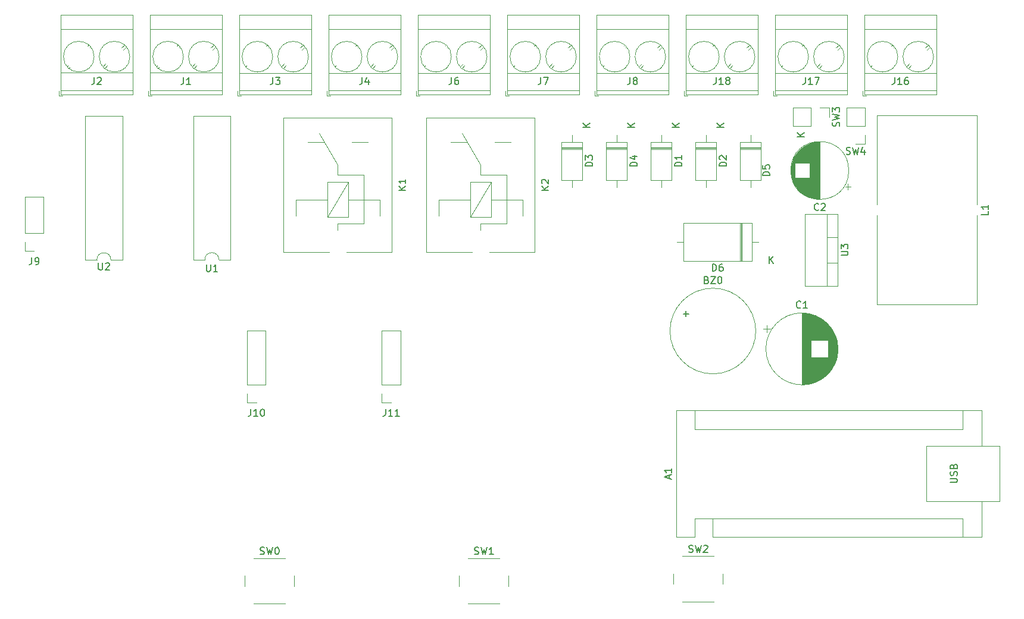
<source format=gto>
G04 #@! TF.GenerationSoftware,KiCad,Pcbnew,7.0.8*
G04 #@! TF.CreationDate,2023-10-01T08:10:13+02:00*
G04 #@! TF.ProjectId,openautolab,6f70656e-6175-4746-9f6c-61622e6b6963,rev?*
G04 #@! TF.SameCoordinates,Original*
G04 #@! TF.FileFunction,Legend,Top*
G04 #@! TF.FilePolarity,Positive*
%FSLAX46Y46*%
G04 Gerber Fmt 4.6, Leading zero omitted, Abs format (unit mm)*
G04 Created by KiCad (PCBNEW 7.0.8) date 2023-10-01 08:10:13*
%MOMM*%
%LPD*%
G01*
G04 APERTURE LIST*
%ADD10C,0.150000*%
%ADD11C,0.120000*%
%ADD12R,2.600000X2.600000*%
%ADD13C,2.600000*%
%ADD14R,1.700000X1.700000*%
%ADD15O,1.700000X1.700000*%
%ADD16R,1.600000X1.600000*%
%ADD17C,1.600000*%
%ADD18R,1.800000X1.275000*%
%ADD19O,1.800000X1.275000*%
%ADD20R,3.200000X3.200000*%
%ADD21O,3.200000X3.200000*%
%ADD22R,2.200000X2.200000*%
%ADD23O,2.200000X2.200000*%
%ADD24R,2.000000X2.000000*%
%ADD25C,2.000000*%
%ADD26C,3.000000*%
%ADD27O,1.600000X1.600000*%
%ADD28C,3.600000*%
G04 APERTURE END LIST*
D10*
X163015476Y-47714819D02*
X163015476Y-48429104D01*
X163015476Y-48429104D02*
X162967857Y-48571961D01*
X162967857Y-48571961D02*
X162872619Y-48667200D01*
X162872619Y-48667200D02*
X162729762Y-48714819D01*
X162729762Y-48714819D02*
X162634524Y-48714819D01*
X164015476Y-48714819D02*
X163444048Y-48714819D01*
X163729762Y-48714819D02*
X163729762Y-47714819D01*
X163729762Y-47714819D02*
X163634524Y-47857676D01*
X163634524Y-47857676D02*
X163539286Y-47952914D01*
X163539286Y-47952914D02*
X163444048Y-48000533D01*
X164872619Y-47714819D02*
X164682143Y-47714819D01*
X164682143Y-47714819D02*
X164586905Y-47762438D01*
X164586905Y-47762438D02*
X164539286Y-47810057D01*
X164539286Y-47810057D02*
X164444048Y-47952914D01*
X164444048Y-47952914D02*
X164396429Y-48143390D01*
X164396429Y-48143390D02*
X164396429Y-48524342D01*
X164396429Y-48524342D02*
X164444048Y-48619580D01*
X164444048Y-48619580D02*
X164491667Y-48667200D01*
X164491667Y-48667200D02*
X164586905Y-48714819D01*
X164586905Y-48714819D02*
X164777381Y-48714819D01*
X164777381Y-48714819D02*
X164872619Y-48667200D01*
X164872619Y-48667200D02*
X164920238Y-48619580D01*
X164920238Y-48619580D02*
X164967857Y-48524342D01*
X164967857Y-48524342D02*
X164967857Y-48286247D01*
X164967857Y-48286247D02*
X164920238Y-48191009D01*
X164920238Y-48191009D02*
X164872619Y-48143390D01*
X164872619Y-48143390D02*
X164777381Y-48095771D01*
X164777381Y-48095771D02*
X164586905Y-48095771D01*
X164586905Y-48095771D02*
X164491667Y-48143390D01*
X164491667Y-48143390D02*
X164444048Y-48191009D01*
X164444048Y-48191009D02*
X164396429Y-48286247D01*
X71440476Y-94939819D02*
X71440476Y-95654104D01*
X71440476Y-95654104D02*
X71392857Y-95796961D01*
X71392857Y-95796961D02*
X71297619Y-95892200D01*
X71297619Y-95892200D02*
X71154762Y-95939819D01*
X71154762Y-95939819D02*
X71059524Y-95939819D01*
X72440476Y-95939819D02*
X71869048Y-95939819D01*
X72154762Y-95939819D02*
X72154762Y-94939819D01*
X72154762Y-94939819D02*
X72059524Y-95082676D01*
X72059524Y-95082676D02*
X71964286Y-95177914D01*
X71964286Y-95177914D02*
X71869048Y-95225533D01*
X73059524Y-94939819D02*
X73154762Y-94939819D01*
X73154762Y-94939819D02*
X73250000Y-94987438D01*
X73250000Y-94987438D02*
X73297619Y-95035057D01*
X73297619Y-95035057D02*
X73345238Y-95130295D01*
X73345238Y-95130295D02*
X73392857Y-95320771D01*
X73392857Y-95320771D02*
X73392857Y-95558866D01*
X73392857Y-95558866D02*
X73345238Y-95749342D01*
X73345238Y-95749342D02*
X73297619Y-95844580D01*
X73297619Y-95844580D02*
X73250000Y-95892200D01*
X73250000Y-95892200D02*
X73154762Y-95939819D01*
X73154762Y-95939819D02*
X73059524Y-95939819D01*
X73059524Y-95939819D02*
X72964286Y-95892200D01*
X72964286Y-95892200D02*
X72916667Y-95844580D01*
X72916667Y-95844580D02*
X72869048Y-95749342D01*
X72869048Y-95749342D02*
X72821429Y-95558866D01*
X72821429Y-95558866D02*
X72821429Y-95320771D01*
X72821429Y-95320771D02*
X72869048Y-95130295D01*
X72869048Y-95130295D02*
X72916667Y-95035057D01*
X72916667Y-95035057D02*
X72964286Y-94987438D01*
X72964286Y-94987438D02*
X73059524Y-94939819D01*
X152193333Y-66569580D02*
X152145714Y-66617200D01*
X152145714Y-66617200D02*
X152002857Y-66664819D01*
X152002857Y-66664819D02*
X151907619Y-66664819D01*
X151907619Y-66664819D02*
X151764762Y-66617200D01*
X151764762Y-66617200D02*
X151669524Y-66521961D01*
X151669524Y-66521961D02*
X151621905Y-66426723D01*
X151621905Y-66426723D02*
X151574286Y-66236247D01*
X151574286Y-66236247D02*
X151574286Y-66093390D01*
X151574286Y-66093390D02*
X151621905Y-65902914D01*
X151621905Y-65902914D02*
X151669524Y-65807676D01*
X151669524Y-65807676D02*
X151764762Y-65712438D01*
X151764762Y-65712438D02*
X151907619Y-65664819D01*
X151907619Y-65664819D02*
X152002857Y-65664819D01*
X152002857Y-65664819D02*
X152145714Y-65712438D01*
X152145714Y-65712438D02*
X152193333Y-65760057D01*
X152574286Y-65760057D02*
X152621905Y-65712438D01*
X152621905Y-65712438D02*
X152717143Y-65664819D01*
X152717143Y-65664819D02*
X152955238Y-65664819D01*
X152955238Y-65664819D02*
X153050476Y-65712438D01*
X153050476Y-65712438D02*
X153098095Y-65760057D01*
X153098095Y-65760057D02*
X153145714Y-65855295D01*
X153145714Y-65855295D02*
X153145714Y-65950533D01*
X153145714Y-65950533D02*
X153098095Y-66093390D01*
X153098095Y-66093390D02*
X152526667Y-66664819D01*
X152526667Y-66664819D02*
X153145714Y-66664819D01*
X156146667Y-58617200D02*
X156289524Y-58664819D01*
X156289524Y-58664819D02*
X156527619Y-58664819D01*
X156527619Y-58664819D02*
X156622857Y-58617200D01*
X156622857Y-58617200D02*
X156670476Y-58569580D01*
X156670476Y-58569580D02*
X156718095Y-58474342D01*
X156718095Y-58474342D02*
X156718095Y-58379104D01*
X156718095Y-58379104D02*
X156670476Y-58283866D01*
X156670476Y-58283866D02*
X156622857Y-58236247D01*
X156622857Y-58236247D02*
X156527619Y-58188628D01*
X156527619Y-58188628D02*
X156337143Y-58141009D01*
X156337143Y-58141009D02*
X156241905Y-58093390D01*
X156241905Y-58093390D02*
X156194286Y-58045771D01*
X156194286Y-58045771D02*
X156146667Y-57950533D01*
X156146667Y-57950533D02*
X156146667Y-57855295D01*
X156146667Y-57855295D02*
X156194286Y-57760057D01*
X156194286Y-57760057D02*
X156241905Y-57712438D01*
X156241905Y-57712438D02*
X156337143Y-57664819D01*
X156337143Y-57664819D02*
X156575238Y-57664819D01*
X156575238Y-57664819D02*
X156718095Y-57712438D01*
X157051429Y-57664819D02*
X157289524Y-58664819D01*
X157289524Y-58664819D02*
X157480000Y-57950533D01*
X157480000Y-57950533D02*
X157670476Y-58664819D01*
X157670476Y-58664819D02*
X157908572Y-57664819D01*
X158718095Y-57998152D02*
X158718095Y-58664819D01*
X158480000Y-57617200D02*
X158241905Y-58331485D01*
X158241905Y-58331485D02*
X158860952Y-58331485D01*
X155384819Y-73048904D02*
X156194342Y-73048904D01*
X156194342Y-73048904D02*
X156289580Y-73001285D01*
X156289580Y-73001285D02*
X156337200Y-72953666D01*
X156337200Y-72953666D02*
X156384819Y-72858428D01*
X156384819Y-72858428D02*
X156384819Y-72667952D01*
X156384819Y-72667952D02*
X156337200Y-72572714D01*
X156337200Y-72572714D02*
X156289580Y-72525095D01*
X156289580Y-72525095D02*
X156194342Y-72477476D01*
X156194342Y-72477476D02*
X155384819Y-72477476D01*
X155384819Y-72096523D02*
X155384819Y-71477476D01*
X155384819Y-71477476D02*
X155765771Y-71810809D01*
X155765771Y-71810809D02*
X155765771Y-71667952D01*
X155765771Y-71667952D02*
X155813390Y-71572714D01*
X155813390Y-71572714D02*
X155861009Y-71525095D01*
X155861009Y-71525095D02*
X155956247Y-71477476D01*
X155956247Y-71477476D02*
X156194342Y-71477476D01*
X156194342Y-71477476D02*
X156289580Y-71525095D01*
X156289580Y-71525095D02*
X156337200Y-71572714D01*
X156337200Y-71572714D02*
X156384819Y-71667952D01*
X156384819Y-71667952D02*
X156384819Y-71953666D01*
X156384819Y-71953666D02*
X156337200Y-72048904D01*
X156337200Y-72048904D02*
X156289580Y-72096523D01*
X137086905Y-75294819D02*
X137086905Y-74294819D01*
X137086905Y-74294819D02*
X137325000Y-74294819D01*
X137325000Y-74294819D02*
X137467857Y-74342438D01*
X137467857Y-74342438D02*
X137563095Y-74437676D01*
X137563095Y-74437676D02*
X137610714Y-74532914D01*
X137610714Y-74532914D02*
X137658333Y-74723390D01*
X137658333Y-74723390D02*
X137658333Y-74866247D01*
X137658333Y-74866247D02*
X137610714Y-75056723D01*
X137610714Y-75056723D02*
X137563095Y-75151961D01*
X137563095Y-75151961D02*
X137467857Y-75247200D01*
X137467857Y-75247200D02*
X137325000Y-75294819D01*
X137325000Y-75294819D02*
X137086905Y-75294819D01*
X138515476Y-74294819D02*
X138325000Y-74294819D01*
X138325000Y-74294819D02*
X138229762Y-74342438D01*
X138229762Y-74342438D02*
X138182143Y-74390057D01*
X138182143Y-74390057D02*
X138086905Y-74532914D01*
X138086905Y-74532914D02*
X138039286Y-74723390D01*
X138039286Y-74723390D02*
X138039286Y-75104342D01*
X138039286Y-75104342D02*
X138086905Y-75199580D01*
X138086905Y-75199580D02*
X138134524Y-75247200D01*
X138134524Y-75247200D02*
X138229762Y-75294819D01*
X138229762Y-75294819D02*
X138420238Y-75294819D01*
X138420238Y-75294819D02*
X138515476Y-75247200D01*
X138515476Y-75247200D02*
X138563095Y-75199580D01*
X138563095Y-75199580D02*
X138610714Y-75104342D01*
X138610714Y-75104342D02*
X138610714Y-74866247D01*
X138610714Y-74866247D02*
X138563095Y-74771009D01*
X138563095Y-74771009D02*
X138515476Y-74723390D01*
X138515476Y-74723390D02*
X138420238Y-74675771D01*
X138420238Y-74675771D02*
X138229762Y-74675771D01*
X138229762Y-74675771D02*
X138134524Y-74723390D01*
X138134524Y-74723390D02*
X138086905Y-74771009D01*
X138086905Y-74771009D02*
X138039286Y-74866247D01*
X145183095Y-74174819D02*
X145183095Y-73174819D01*
X145754523Y-74174819D02*
X145325952Y-73603390D01*
X145754523Y-73174819D02*
X145183095Y-73746247D01*
X155137200Y-54673332D02*
X155184819Y-54530475D01*
X155184819Y-54530475D02*
X155184819Y-54292380D01*
X155184819Y-54292380D02*
X155137200Y-54197142D01*
X155137200Y-54197142D02*
X155089580Y-54149523D01*
X155089580Y-54149523D02*
X154994342Y-54101904D01*
X154994342Y-54101904D02*
X154899104Y-54101904D01*
X154899104Y-54101904D02*
X154803866Y-54149523D01*
X154803866Y-54149523D02*
X154756247Y-54197142D01*
X154756247Y-54197142D02*
X154708628Y-54292380D01*
X154708628Y-54292380D02*
X154661009Y-54482856D01*
X154661009Y-54482856D02*
X154613390Y-54578094D01*
X154613390Y-54578094D02*
X154565771Y-54625713D01*
X154565771Y-54625713D02*
X154470533Y-54673332D01*
X154470533Y-54673332D02*
X154375295Y-54673332D01*
X154375295Y-54673332D02*
X154280057Y-54625713D01*
X154280057Y-54625713D02*
X154232438Y-54578094D01*
X154232438Y-54578094D02*
X154184819Y-54482856D01*
X154184819Y-54482856D02*
X154184819Y-54244761D01*
X154184819Y-54244761D02*
X154232438Y-54101904D01*
X154184819Y-53768570D02*
X155184819Y-53530475D01*
X155184819Y-53530475D02*
X154470533Y-53339999D01*
X154470533Y-53339999D02*
X155184819Y-53149523D01*
X155184819Y-53149523D02*
X154184819Y-52911428D01*
X154184819Y-52625713D02*
X154184819Y-52006666D01*
X154184819Y-52006666D02*
X154565771Y-52339999D01*
X154565771Y-52339999D02*
X154565771Y-52197142D01*
X154565771Y-52197142D02*
X154613390Y-52101904D01*
X154613390Y-52101904D02*
X154661009Y-52054285D01*
X154661009Y-52054285D02*
X154756247Y-52006666D01*
X154756247Y-52006666D02*
X154994342Y-52006666D01*
X154994342Y-52006666D02*
X155089580Y-52054285D01*
X155089580Y-52054285D02*
X155137200Y-52101904D01*
X155137200Y-52101904D02*
X155184819Y-52197142D01*
X155184819Y-52197142D02*
X155184819Y-52482856D01*
X155184819Y-52482856D02*
X155137200Y-52578094D01*
X155137200Y-52578094D02*
X155089580Y-52625713D01*
X61891666Y-47714819D02*
X61891666Y-48429104D01*
X61891666Y-48429104D02*
X61844047Y-48571961D01*
X61844047Y-48571961D02*
X61748809Y-48667200D01*
X61748809Y-48667200D02*
X61605952Y-48714819D01*
X61605952Y-48714819D02*
X61510714Y-48714819D01*
X62891666Y-48714819D02*
X62320238Y-48714819D01*
X62605952Y-48714819D02*
X62605952Y-47714819D01*
X62605952Y-47714819D02*
X62510714Y-47857676D01*
X62510714Y-47857676D02*
X62415476Y-47952914D01*
X62415476Y-47952914D02*
X62320238Y-48000533D01*
X87291666Y-47714819D02*
X87291666Y-48429104D01*
X87291666Y-48429104D02*
X87244047Y-48571961D01*
X87244047Y-48571961D02*
X87148809Y-48667200D01*
X87148809Y-48667200D02*
X87005952Y-48714819D01*
X87005952Y-48714819D02*
X86910714Y-48714819D01*
X88196428Y-48048152D02*
X88196428Y-48714819D01*
X87958333Y-47667200D02*
X87720238Y-48381485D01*
X87720238Y-48381485D02*
X88339285Y-48381485D01*
X49191666Y-47714819D02*
X49191666Y-48429104D01*
X49191666Y-48429104D02*
X49144047Y-48571961D01*
X49144047Y-48571961D02*
X49048809Y-48667200D01*
X49048809Y-48667200D02*
X48905952Y-48714819D01*
X48905952Y-48714819D02*
X48810714Y-48714819D01*
X49620238Y-47810057D02*
X49667857Y-47762438D01*
X49667857Y-47762438D02*
X49763095Y-47714819D01*
X49763095Y-47714819D02*
X50001190Y-47714819D01*
X50001190Y-47714819D02*
X50096428Y-47762438D01*
X50096428Y-47762438D02*
X50144047Y-47810057D01*
X50144047Y-47810057D02*
X50191666Y-47905295D01*
X50191666Y-47905295D02*
X50191666Y-48000533D01*
X50191666Y-48000533D02*
X50144047Y-48143390D01*
X50144047Y-48143390D02*
X49572619Y-48714819D01*
X49572619Y-48714819D02*
X50191666Y-48714819D01*
X145234819Y-61695594D02*
X144234819Y-61695594D01*
X144234819Y-61695594D02*
X144234819Y-61457499D01*
X144234819Y-61457499D02*
X144282438Y-61314642D01*
X144282438Y-61314642D02*
X144377676Y-61219404D01*
X144377676Y-61219404D02*
X144472914Y-61171785D01*
X144472914Y-61171785D02*
X144663390Y-61124166D01*
X144663390Y-61124166D02*
X144806247Y-61124166D01*
X144806247Y-61124166D02*
X144996723Y-61171785D01*
X144996723Y-61171785D02*
X145091961Y-61219404D01*
X145091961Y-61219404D02*
X145187200Y-61314642D01*
X145187200Y-61314642D02*
X145234819Y-61457499D01*
X145234819Y-61457499D02*
X145234819Y-61695594D01*
X144234819Y-60219404D02*
X144234819Y-60695594D01*
X144234819Y-60695594D02*
X144711009Y-60743213D01*
X144711009Y-60743213D02*
X144663390Y-60695594D01*
X144663390Y-60695594D02*
X144615771Y-60600356D01*
X144615771Y-60600356D02*
X144615771Y-60362261D01*
X144615771Y-60362261D02*
X144663390Y-60267023D01*
X144663390Y-60267023D02*
X144711009Y-60219404D01*
X144711009Y-60219404D02*
X144806247Y-60171785D01*
X144806247Y-60171785D02*
X145044342Y-60171785D01*
X145044342Y-60171785D02*
X145139580Y-60219404D01*
X145139580Y-60219404D02*
X145187200Y-60267023D01*
X145187200Y-60267023D02*
X145234819Y-60362261D01*
X145234819Y-60362261D02*
X145234819Y-60600356D01*
X145234819Y-60600356D02*
X145187200Y-60695594D01*
X145187200Y-60695594D02*
X145139580Y-60743213D01*
X150154819Y-56139404D02*
X149154819Y-56139404D01*
X150154819Y-55567976D02*
X149583390Y-55996547D01*
X149154819Y-55567976D02*
X149726247Y-56139404D01*
X126394819Y-60348094D02*
X125394819Y-60348094D01*
X125394819Y-60348094D02*
X125394819Y-60109999D01*
X125394819Y-60109999D02*
X125442438Y-59967142D01*
X125442438Y-59967142D02*
X125537676Y-59871904D01*
X125537676Y-59871904D02*
X125632914Y-59824285D01*
X125632914Y-59824285D02*
X125823390Y-59776666D01*
X125823390Y-59776666D02*
X125966247Y-59776666D01*
X125966247Y-59776666D02*
X126156723Y-59824285D01*
X126156723Y-59824285D02*
X126251961Y-59871904D01*
X126251961Y-59871904D02*
X126347200Y-59967142D01*
X126347200Y-59967142D02*
X126394819Y-60109999D01*
X126394819Y-60109999D02*
X126394819Y-60348094D01*
X125728152Y-58919523D02*
X126394819Y-58919523D01*
X125347200Y-59157618D02*
X126061485Y-59395713D01*
X126061485Y-59395713D02*
X126061485Y-58776666D01*
X126024819Y-54791904D02*
X125024819Y-54791904D01*
X126024819Y-54220476D02*
X125453390Y-54649047D01*
X125024819Y-54220476D02*
X125596247Y-54791904D01*
X99996666Y-47714819D02*
X99996666Y-48429104D01*
X99996666Y-48429104D02*
X99949047Y-48571961D01*
X99949047Y-48571961D02*
X99853809Y-48667200D01*
X99853809Y-48667200D02*
X99710952Y-48714819D01*
X99710952Y-48714819D02*
X99615714Y-48714819D01*
X100901428Y-47714819D02*
X100710952Y-47714819D01*
X100710952Y-47714819D02*
X100615714Y-47762438D01*
X100615714Y-47762438D02*
X100568095Y-47810057D01*
X100568095Y-47810057D02*
X100472857Y-47952914D01*
X100472857Y-47952914D02*
X100425238Y-48143390D01*
X100425238Y-48143390D02*
X100425238Y-48524342D01*
X100425238Y-48524342D02*
X100472857Y-48619580D01*
X100472857Y-48619580D02*
X100520476Y-48667200D01*
X100520476Y-48667200D02*
X100615714Y-48714819D01*
X100615714Y-48714819D02*
X100806190Y-48714819D01*
X100806190Y-48714819D02*
X100901428Y-48667200D01*
X100901428Y-48667200D02*
X100949047Y-48619580D01*
X100949047Y-48619580D02*
X100996666Y-48524342D01*
X100996666Y-48524342D02*
X100996666Y-48286247D01*
X100996666Y-48286247D02*
X100949047Y-48191009D01*
X100949047Y-48191009D02*
X100901428Y-48143390D01*
X100901428Y-48143390D02*
X100806190Y-48095771D01*
X100806190Y-48095771D02*
X100615714Y-48095771D01*
X100615714Y-48095771D02*
X100520476Y-48143390D01*
X100520476Y-48143390D02*
X100472857Y-48191009D01*
X100472857Y-48191009D02*
X100425238Y-48286247D01*
X149653333Y-80469580D02*
X149605714Y-80517200D01*
X149605714Y-80517200D02*
X149462857Y-80564819D01*
X149462857Y-80564819D02*
X149367619Y-80564819D01*
X149367619Y-80564819D02*
X149224762Y-80517200D01*
X149224762Y-80517200D02*
X149129524Y-80421961D01*
X149129524Y-80421961D02*
X149081905Y-80326723D01*
X149081905Y-80326723D02*
X149034286Y-80136247D01*
X149034286Y-80136247D02*
X149034286Y-79993390D01*
X149034286Y-79993390D02*
X149081905Y-79802914D01*
X149081905Y-79802914D02*
X149129524Y-79707676D01*
X149129524Y-79707676D02*
X149224762Y-79612438D01*
X149224762Y-79612438D02*
X149367619Y-79564819D01*
X149367619Y-79564819D02*
X149462857Y-79564819D01*
X149462857Y-79564819D02*
X149605714Y-79612438D01*
X149605714Y-79612438D02*
X149653333Y-79660057D01*
X150605714Y-80564819D02*
X150034286Y-80564819D01*
X150320000Y-80564819D02*
X150320000Y-79564819D01*
X150320000Y-79564819D02*
X150224762Y-79707676D01*
X150224762Y-79707676D02*
X150129524Y-79802914D01*
X150129524Y-79802914D02*
X150034286Y-79850533D01*
X93474819Y-63758094D02*
X92474819Y-63758094D01*
X93474819Y-63186666D02*
X92903390Y-63615237D01*
X92474819Y-63186666D02*
X93046247Y-63758094D01*
X93474819Y-62234285D02*
X93474819Y-62805713D01*
X93474819Y-62519999D02*
X92474819Y-62519999D01*
X92474819Y-62519999D02*
X92617676Y-62615237D01*
X92617676Y-62615237D02*
X92712914Y-62710475D01*
X92712914Y-62710475D02*
X92760533Y-62805713D01*
X40306666Y-73344819D02*
X40306666Y-74059104D01*
X40306666Y-74059104D02*
X40259047Y-74201961D01*
X40259047Y-74201961D02*
X40163809Y-74297200D01*
X40163809Y-74297200D02*
X40020952Y-74344819D01*
X40020952Y-74344819D02*
X39925714Y-74344819D01*
X40830476Y-74344819D02*
X41020952Y-74344819D01*
X41020952Y-74344819D02*
X41116190Y-74297200D01*
X41116190Y-74297200D02*
X41163809Y-74249580D01*
X41163809Y-74249580D02*
X41259047Y-74106723D01*
X41259047Y-74106723D02*
X41306666Y-73916247D01*
X41306666Y-73916247D02*
X41306666Y-73535295D01*
X41306666Y-73535295D02*
X41259047Y-73440057D01*
X41259047Y-73440057D02*
X41211428Y-73392438D01*
X41211428Y-73392438D02*
X41116190Y-73344819D01*
X41116190Y-73344819D02*
X40925714Y-73344819D01*
X40925714Y-73344819D02*
X40830476Y-73392438D01*
X40830476Y-73392438D02*
X40782857Y-73440057D01*
X40782857Y-73440057D02*
X40735238Y-73535295D01*
X40735238Y-73535295D02*
X40735238Y-73773390D01*
X40735238Y-73773390D02*
X40782857Y-73868628D01*
X40782857Y-73868628D02*
X40830476Y-73916247D01*
X40830476Y-73916247D02*
X40925714Y-73963866D01*
X40925714Y-73963866D02*
X41116190Y-73963866D01*
X41116190Y-73963866D02*
X41211428Y-73916247D01*
X41211428Y-73916247D02*
X41259047Y-73868628D01*
X41259047Y-73868628D02*
X41306666Y-73773390D01*
X136279047Y-76551009D02*
X136421904Y-76598628D01*
X136421904Y-76598628D02*
X136469523Y-76646247D01*
X136469523Y-76646247D02*
X136517142Y-76741485D01*
X136517142Y-76741485D02*
X136517142Y-76884342D01*
X136517142Y-76884342D02*
X136469523Y-76979580D01*
X136469523Y-76979580D02*
X136421904Y-77027200D01*
X136421904Y-77027200D02*
X136326666Y-77074819D01*
X136326666Y-77074819D02*
X135945714Y-77074819D01*
X135945714Y-77074819D02*
X135945714Y-76074819D01*
X135945714Y-76074819D02*
X136279047Y-76074819D01*
X136279047Y-76074819D02*
X136374285Y-76122438D01*
X136374285Y-76122438D02*
X136421904Y-76170057D01*
X136421904Y-76170057D02*
X136469523Y-76265295D01*
X136469523Y-76265295D02*
X136469523Y-76360533D01*
X136469523Y-76360533D02*
X136421904Y-76455771D01*
X136421904Y-76455771D02*
X136374285Y-76503390D01*
X136374285Y-76503390D02*
X136279047Y-76551009D01*
X136279047Y-76551009D02*
X135945714Y-76551009D01*
X136850476Y-76074819D02*
X137517142Y-76074819D01*
X137517142Y-76074819D02*
X136850476Y-77074819D01*
X136850476Y-77074819D02*
X137517142Y-77074819D01*
X138088571Y-76074819D02*
X138183809Y-76074819D01*
X138183809Y-76074819D02*
X138279047Y-76122438D01*
X138279047Y-76122438D02*
X138326666Y-76170057D01*
X138326666Y-76170057D02*
X138374285Y-76265295D01*
X138374285Y-76265295D02*
X138421904Y-76455771D01*
X138421904Y-76455771D02*
X138421904Y-76693866D01*
X138421904Y-76693866D02*
X138374285Y-76884342D01*
X138374285Y-76884342D02*
X138326666Y-76979580D01*
X138326666Y-76979580D02*
X138279047Y-77027200D01*
X138279047Y-77027200D02*
X138183809Y-77074819D01*
X138183809Y-77074819D02*
X138088571Y-77074819D01*
X138088571Y-77074819D02*
X137993333Y-77027200D01*
X137993333Y-77027200D02*
X137945714Y-76979580D01*
X137945714Y-76979580D02*
X137898095Y-76884342D01*
X137898095Y-76884342D02*
X137850476Y-76693866D01*
X137850476Y-76693866D02*
X137850476Y-76455771D01*
X137850476Y-76455771D02*
X137898095Y-76265295D01*
X137898095Y-76265295D02*
X137945714Y-76170057D01*
X137945714Y-76170057D02*
X137993333Y-76122438D01*
X137993333Y-76122438D02*
X138088571Y-76074819D01*
X132969048Y-81353866D02*
X133730953Y-81353866D01*
X133350000Y-81734819D02*
X133350000Y-80972914D01*
X120044819Y-60348094D02*
X119044819Y-60348094D01*
X119044819Y-60348094D02*
X119044819Y-60109999D01*
X119044819Y-60109999D02*
X119092438Y-59967142D01*
X119092438Y-59967142D02*
X119187676Y-59871904D01*
X119187676Y-59871904D02*
X119282914Y-59824285D01*
X119282914Y-59824285D02*
X119473390Y-59776666D01*
X119473390Y-59776666D02*
X119616247Y-59776666D01*
X119616247Y-59776666D02*
X119806723Y-59824285D01*
X119806723Y-59824285D02*
X119901961Y-59871904D01*
X119901961Y-59871904D02*
X119997200Y-59967142D01*
X119997200Y-59967142D02*
X120044819Y-60109999D01*
X120044819Y-60109999D02*
X120044819Y-60348094D01*
X119044819Y-59443332D02*
X119044819Y-58824285D01*
X119044819Y-58824285D02*
X119425771Y-59157618D01*
X119425771Y-59157618D02*
X119425771Y-59014761D01*
X119425771Y-59014761D02*
X119473390Y-58919523D01*
X119473390Y-58919523D02*
X119521009Y-58871904D01*
X119521009Y-58871904D02*
X119616247Y-58824285D01*
X119616247Y-58824285D02*
X119854342Y-58824285D01*
X119854342Y-58824285D02*
X119949580Y-58871904D01*
X119949580Y-58871904D02*
X119997200Y-58919523D01*
X119997200Y-58919523D02*
X120044819Y-59014761D01*
X120044819Y-59014761D02*
X120044819Y-59300475D01*
X120044819Y-59300475D02*
X119997200Y-59395713D01*
X119997200Y-59395713D02*
X119949580Y-59443332D01*
X119674819Y-54791904D02*
X118674819Y-54791904D01*
X119674819Y-54220476D02*
X119103390Y-54649047D01*
X118674819Y-54220476D02*
X119246247Y-54791904D01*
X49788095Y-74129819D02*
X49788095Y-74939342D01*
X49788095Y-74939342D02*
X49835714Y-75034580D01*
X49835714Y-75034580D02*
X49883333Y-75082200D01*
X49883333Y-75082200D02*
X49978571Y-75129819D01*
X49978571Y-75129819D02*
X50169047Y-75129819D01*
X50169047Y-75129819D02*
X50264285Y-75082200D01*
X50264285Y-75082200D02*
X50311904Y-75034580D01*
X50311904Y-75034580D02*
X50359523Y-74939342D01*
X50359523Y-74939342D02*
X50359523Y-74129819D01*
X50788095Y-74225057D02*
X50835714Y-74177438D01*
X50835714Y-74177438D02*
X50930952Y-74129819D01*
X50930952Y-74129819D02*
X51169047Y-74129819D01*
X51169047Y-74129819D02*
X51264285Y-74177438D01*
X51264285Y-74177438D02*
X51311904Y-74225057D01*
X51311904Y-74225057D02*
X51359523Y-74320295D01*
X51359523Y-74320295D02*
X51359523Y-74415533D01*
X51359523Y-74415533D02*
X51311904Y-74558390D01*
X51311904Y-74558390D02*
X50740476Y-75129819D01*
X50740476Y-75129819D02*
X51359523Y-75129819D01*
X72786667Y-115572800D02*
X72929524Y-115620419D01*
X72929524Y-115620419D02*
X73167619Y-115620419D01*
X73167619Y-115620419D02*
X73262857Y-115572800D01*
X73262857Y-115572800D02*
X73310476Y-115525180D01*
X73310476Y-115525180D02*
X73358095Y-115429942D01*
X73358095Y-115429942D02*
X73358095Y-115334704D01*
X73358095Y-115334704D02*
X73310476Y-115239466D01*
X73310476Y-115239466D02*
X73262857Y-115191847D01*
X73262857Y-115191847D02*
X73167619Y-115144228D01*
X73167619Y-115144228D02*
X72977143Y-115096609D01*
X72977143Y-115096609D02*
X72881905Y-115048990D01*
X72881905Y-115048990D02*
X72834286Y-115001371D01*
X72834286Y-115001371D02*
X72786667Y-114906133D01*
X72786667Y-114906133D02*
X72786667Y-114810895D01*
X72786667Y-114810895D02*
X72834286Y-114715657D01*
X72834286Y-114715657D02*
X72881905Y-114668038D01*
X72881905Y-114668038D02*
X72977143Y-114620419D01*
X72977143Y-114620419D02*
X73215238Y-114620419D01*
X73215238Y-114620419D02*
X73358095Y-114668038D01*
X73691429Y-114620419D02*
X73929524Y-115620419D01*
X73929524Y-115620419D02*
X74120000Y-114906133D01*
X74120000Y-114906133D02*
X74310476Y-115620419D01*
X74310476Y-115620419D02*
X74548572Y-114620419D01*
X75120000Y-114620419D02*
X75215238Y-114620419D01*
X75215238Y-114620419D02*
X75310476Y-114668038D01*
X75310476Y-114668038D02*
X75358095Y-114715657D01*
X75358095Y-114715657D02*
X75405714Y-114810895D01*
X75405714Y-114810895D02*
X75453333Y-115001371D01*
X75453333Y-115001371D02*
X75453333Y-115239466D01*
X75453333Y-115239466D02*
X75405714Y-115429942D01*
X75405714Y-115429942D02*
X75358095Y-115525180D01*
X75358095Y-115525180D02*
X75310476Y-115572800D01*
X75310476Y-115572800D02*
X75215238Y-115620419D01*
X75215238Y-115620419D02*
X75120000Y-115620419D01*
X75120000Y-115620419D02*
X75024762Y-115572800D01*
X75024762Y-115572800D02*
X74977143Y-115525180D01*
X74977143Y-115525180D02*
X74929524Y-115429942D01*
X74929524Y-115429942D02*
X74881905Y-115239466D01*
X74881905Y-115239466D02*
X74881905Y-115001371D01*
X74881905Y-115001371D02*
X74929524Y-114810895D01*
X74929524Y-114810895D02*
X74977143Y-114715657D01*
X74977143Y-114715657D02*
X75024762Y-114668038D01*
X75024762Y-114668038D02*
X75120000Y-114620419D01*
X139094819Y-60348094D02*
X138094819Y-60348094D01*
X138094819Y-60348094D02*
X138094819Y-60109999D01*
X138094819Y-60109999D02*
X138142438Y-59967142D01*
X138142438Y-59967142D02*
X138237676Y-59871904D01*
X138237676Y-59871904D02*
X138332914Y-59824285D01*
X138332914Y-59824285D02*
X138523390Y-59776666D01*
X138523390Y-59776666D02*
X138666247Y-59776666D01*
X138666247Y-59776666D02*
X138856723Y-59824285D01*
X138856723Y-59824285D02*
X138951961Y-59871904D01*
X138951961Y-59871904D02*
X139047200Y-59967142D01*
X139047200Y-59967142D02*
X139094819Y-60109999D01*
X139094819Y-60109999D02*
X139094819Y-60348094D01*
X138190057Y-59395713D02*
X138142438Y-59348094D01*
X138142438Y-59348094D02*
X138094819Y-59252856D01*
X138094819Y-59252856D02*
X138094819Y-59014761D01*
X138094819Y-59014761D02*
X138142438Y-58919523D01*
X138142438Y-58919523D02*
X138190057Y-58871904D01*
X138190057Y-58871904D02*
X138285295Y-58824285D01*
X138285295Y-58824285D02*
X138380533Y-58824285D01*
X138380533Y-58824285D02*
X138523390Y-58871904D01*
X138523390Y-58871904D02*
X139094819Y-59443332D01*
X139094819Y-59443332D02*
X139094819Y-58824285D01*
X138724819Y-54791904D02*
X137724819Y-54791904D01*
X138724819Y-54220476D02*
X138153390Y-54649047D01*
X137724819Y-54220476D02*
X138296247Y-54791904D01*
X113794819Y-63758094D02*
X112794819Y-63758094D01*
X113794819Y-63186666D02*
X113223390Y-63615237D01*
X112794819Y-63186666D02*
X113366247Y-63758094D01*
X112890057Y-62805713D02*
X112842438Y-62758094D01*
X112842438Y-62758094D02*
X112794819Y-62662856D01*
X112794819Y-62662856D02*
X112794819Y-62424761D01*
X112794819Y-62424761D02*
X112842438Y-62329523D01*
X112842438Y-62329523D02*
X112890057Y-62281904D01*
X112890057Y-62281904D02*
X112985295Y-62234285D01*
X112985295Y-62234285D02*
X113080533Y-62234285D01*
X113080533Y-62234285D02*
X113223390Y-62281904D01*
X113223390Y-62281904D02*
X113794819Y-62853332D01*
X113794819Y-62853332D02*
X113794819Y-62234285D01*
X137615476Y-47714819D02*
X137615476Y-48429104D01*
X137615476Y-48429104D02*
X137567857Y-48571961D01*
X137567857Y-48571961D02*
X137472619Y-48667200D01*
X137472619Y-48667200D02*
X137329762Y-48714819D01*
X137329762Y-48714819D02*
X137234524Y-48714819D01*
X138615476Y-48714819D02*
X138044048Y-48714819D01*
X138329762Y-48714819D02*
X138329762Y-47714819D01*
X138329762Y-47714819D02*
X138234524Y-47857676D01*
X138234524Y-47857676D02*
X138139286Y-47952914D01*
X138139286Y-47952914D02*
X138044048Y-48000533D01*
X139186905Y-48143390D02*
X139091667Y-48095771D01*
X139091667Y-48095771D02*
X139044048Y-48048152D01*
X139044048Y-48048152D02*
X138996429Y-47952914D01*
X138996429Y-47952914D02*
X138996429Y-47905295D01*
X138996429Y-47905295D02*
X139044048Y-47810057D01*
X139044048Y-47810057D02*
X139091667Y-47762438D01*
X139091667Y-47762438D02*
X139186905Y-47714819D01*
X139186905Y-47714819D02*
X139377381Y-47714819D01*
X139377381Y-47714819D02*
X139472619Y-47762438D01*
X139472619Y-47762438D02*
X139520238Y-47810057D01*
X139520238Y-47810057D02*
X139567857Y-47905295D01*
X139567857Y-47905295D02*
X139567857Y-47952914D01*
X139567857Y-47952914D02*
X139520238Y-48048152D01*
X139520238Y-48048152D02*
X139472619Y-48095771D01*
X139472619Y-48095771D02*
X139377381Y-48143390D01*
X139377381Y-48143390D02*
X139186905Y-48143390D01*
X139186905Y-48143390D02*
X139091667Y-48191009D01*
X139091667Y-48191009D02*
X139044048Y-48238628D01*
X139044048Y-48238628D02*
X138996429Y-48333866D01*
X138996429Y-48333866D02*
X138996429Y-48524342D01*
X138996429Y-48524342D02*
X139044048Y-48619580D01*
X139044048Y-48619580D02*
X139091667Y-48667200D01*
X139091667Y-48667200D02*
X139186905Y-48714819D01*
X139186905Y-48714819D02*
X139377381Y-48714819D01*
X139377381Y-48714819D02*
X139472619Y-48667200D01*
X139472619Y-48667200D02*
X139520238Y-48619580D01*
X139520238Y-48619580D02*
X139567857Y-48524342D01*
X139567857Y-48524342D02*
X139567857Y-48333866D01*
X139567857Y-48333866D02*
X139520238Y-48238628D01*
X139520238Y-48238628D02*
X139472619Y-48191009D01*
X139472619Y-48191009D02*
X139377381Y-48143390D01*
X176329819Y-66746366D02*
X176329819Y-67222556D01*
X176329819Y-67222556D02*
X175329819Y-67222556D01*
X176329819Y-65889223D02*
X176329819Y-66460651D01*
X176329819Y-66174937D02*
X175329819Y-66174937D01*
X175329819Y-66174937D02*
X175472676Y-66270175D01*
X175472676Y-66270175D02*
X175567914Y-66365413D01*
X175567914Y-66365413D02*
X175615533Y-66460651D01*
X132744819Y-60348094D02*
X131744819Y-60348094D01*
X131744819Y-60348094D02*
X131744819Y-60109999D01*
X131744819Y-60109999D02*
X131792438Y-59967142D01*
X131792438Y-59967142D02*
X131887676Y-59871904D01*
X131887676Y-59871904D02*
X131982914Y-59824285D01*
X131982914Y-59824285D02*
X132173390Y-59776666D01*
X132173390Y-59776666D02*
X132316247Y-59776666D01*
X132316247Y-59776666D02*
X132506723Y-59824285D01*
X132506723Y-59824285D02*
X132601961Y-59871904D01*
X132601961Y-59871904D02*
X132697200Y-59967142D01*
X132697200Y-59967142D02*
X132744819Y-60109999D01*
X132744819Y-60109999D02*
X132744819Y-60348094D01*
X132744819Y-58824285D02*
X132744819Y-59395713D01*
X132744819Y-59109999D02*
X131744819Y-59109999D01*
X131744819Y-59109999D02*
X131887676Y-59205237D01*
X131887676Y-59205237D02*
X131982914Y-59300475D01*
X131982914Y-59300475D02*
X132030533Y-59395713D01*
X132374819Y-54791904D02*
X131374819Y-54791904D01*
X132374819Y-54220476D02*
X131803390Y-54649047D01*
X131374819Y-54220476D02*
X131946247Y-54791904D01*
X112691666Y-47714819D02*
X112691666Y-48429104D01*
X112691666Y-48429104D02*
X112644047Y-48571961D01*
X112644047Y-48571961D02*
X112548809Y-48667200D01*
X112548809Y-48667200D02*
X112405952Y-48714819D01*
X112405952Y-48714819D02*
X112310714Y-48714819D01*
X113072619Y-47714819D02*
X113739285Y-47714819D01*
X113739285Y-47714819D02*
X113310714Y-48714819D01*
X133746667Y-115277800D02*
X133889524Y-115325419D01*
X133889524Y-115325419D02*
X134127619Y-115325419D01*
X134127619Y-115325419D02*
X134222857Y-115277800D01*
X134222857Y-115277800D02*
X134270476Y-115230180D01*
X134270476Y-115230180D02*
X134318095Y-115134942D01*
X134318095Y-115134942D02*
X134318095Y-115039704D01*
X134318095Y-115039704D02*
X134270476Y-114944466D01*
X134270476Y-114944466D02*
X134222857Y-114896847D01*
X134222857Y-114896847D02*
X134127619Y-114849228D01*
X134127619Y-114849228D02*
X133937143Y-114801609D01*
X133937143Y-114801609D02*
X133841905Y-114753990D01*
X133841905Y-114753990D02*
X133794286Y-114706371D01*
X133794286Y-114706371D02*
X133746667Y-114611133D01*
X133746667Y-114611133D02*
X133746667Y-114515895D01*
X133746667Y-114515895D02*
X133794286Y-114420657D01*
X133794286Y-114420657D02*
X133841905Y-114373038D01*
X133841905Y-114373038D02*
X133937143Y-114325419D01*
X133937143Y-114325419D02*
X134175238Y-114325419D01*
X134175238Y-114325419D02*
X134318095Y-114373038D01*
X134651429Y-114325419D02*
X134889524Y-115325419D01*
X134889524Y-115325419D02*
X135080000Y-114611133D01*
X135080000Y-114611133D02*
X135270476Y-115325419D01*
X135270476Y-115325419D02*
X135508572Y-114325419D01*
X135841905Y-114420657D02*
X135889524Y-114373038D01*
X135889524Y-114373038D02*
X135984762Y-114325419D01*
X135984762Y-114325419D02*
X136222857Y-114325419D01*
X136222857Y-114325419D02*
X136318095Y-114373038D01*
X136318095Y-114373038D02*
X136365714Y-114420657D01*
X136365714Y-114420657D02*
X136413333Y-114515895D01*
X136413333Y-114515895D02*
X136413333Y-114611133D01*
X136413333Y-114611133D02*
X136365714Y-114753990D01*
X136365714Y-114753990D02*
X135794286Y-115325419D01*
X135794286Y-115325419D02*
X136413333Y-115325419D01*
X90605476Y-94924819D02*
X90605476Y-95639104D01*
X90605476Y-95639104D02*
X90557857Y-95781961D01*
X90557857Y-95781961D02*
X90462619Y-95877200D01*
X90462619Y-95877200D02*
X90319762Y-95924819D01*
X90319762Y-95924819D02*
X90224524Y-95924819D01*
X91605476Y-95924819D02*
X91034048Y-95924819D01*
X91319762Y-95924819D02*
X91319762Y-94924819D01*
X91319762Y-94924819D02*
X91224524Y-95067676D01*
X91224524Y-95067676D02*
X91129286Y-95162914D01*
X91129286Y-95162914D02*
X91034048Y-95210533D01*
X92557857Y-95924819D02*
X91986429Y-95924819D01*
X92272143Y-95924819D02*
X92272143Y-94924819D01*
X92272143Y-94924819D02*
X92176905Y-95067676D01*
X92176905Y-95067676D02*
X92081667Y-95162914D01*
X92081667Y-95162914D02*
X91986429Y-95210533D01*
X65148095Y-74339819D02*
X65148095Y-75149342D01*
X65148095Y-75149342D02*
X65195714Y-75244580D01*
X65195714Y-75244580D02*
X65243333Y-75292200D01*
X65243333Y-75292200D02*
X65338571Y-75339819D01*
X65338571Y-75339819D02*
X65529047Y-75339819D01*
X65529047Y-75339819D02*
X65624285Y-75292200D01*
X65624285Y-75292200D02*
X65671904Y-75244580D01*
X65671904Y-75244580D02*
X65719523Y-75149342D01*
X65719523Y-75149342D02*
X65719523Y-74339819D01*
X66719523Y-75339819D02*
X66148095Y-75339819D01*
X66433809Y-75339819D02*
X66433809Y-74339819D01*
X66433809Y-74339819D02*
X66338571Y-74482676D01*
X66338571Y-74482676D02*
X66243333Y-74577914D01*
X66243333Y-74577914D02*
X66148095Y-74625533D01*
X125396666Y-47714819D02*
X125396666Y-48429104D01*
X125396666Y-48429104D02*
X125349047Y-48571961D01*
X125349047Y-48571961D02*
X125253809Y-48667200D01*
X125253809Y-48667200D02*
X125110952Y-48714819D01*
X125110952Y-48714819D02*
X125015714Y-48714819D01*
X126015714Y-48143390D02*
X125920476Y-48095771D01*
X125920476Y-48095771D02*
X125872857Y-48048152D01*
X125872857Y-48048152D02*
X125825238Y-47952914D01*
X125825238Y-47952914D02*
X125825238Y-47905295D01*
X125825238Y-47905295D02*
X125872857Y-47810057D01*
X125872857Y-47810057D02*
X125920476Y-47762438D01*
X125920476Y-47762438D02*
X126015714Y-47714819D01*
X126015714Y-47714819D02*
X126206190Y-47714819D01*
X126206190Y-47714819D02*
X126301428Y-47762438D01*
X126301428Y-47762438D02*
X126349047Y-47810057D01*
X126349047Y-47810057D02*
X126396666Y-47905295D01*
X126396666Y-47905295D02*
X126396666Y-47952914D01*
X126396666Y-47952914D02*
X126349047Y-48048152D01*
X126349047Y-48048152D02*
X126301428Y-48095771D01*
X126301428Y-48095771D02*
X126206190Y-48143390D01*
X126206190Y-48143390D02*
X126015714Y-48143390D01*
X126015714Y-48143390D02*
X125920476Y-48191009D01*
X125920476Y-48191009D02*
X125872857Y-48238628D01*
X125872857Y-48238628D02*
X125825238Y-48333866D01*
X125825238Y-48333866D02*
X125825238Y-48524342D01*
X125825238Y-48524342D02*
X125872857Y-48619580D01*
X125872857Y-48619580D02*
X125920476Y-48667200D01*
X125920476Y-48667200D02*
X126015714Y-48714819D01*
X126015714Y-48714819D02*
X126206190Y-48714819D01*
X126206190Y-48714819D02*
X126301428Y-48667200D01*
X126301428Y-48667200D02*
X126349047Y-48619580D01*
X126349047Y-48619580D02*
X126396666Y-48524342D01*
X126396666Y-48524342D02*
X126396666Y-48333866D01*
X126396666Y-48333866D02*
X126349047Y-48238628D01*
X126349047Y-48238628D02*
X126301428Y-48191009D01*
X126301428Y-48191009D02*
X126206190Y-48143390D01*
X74591666Y-47714819D02*
X74591666Y-48429104D01*
X74591666Y-48429104D02*
X74544047Y-48571961D01*
X74544047Y-48571961D02*
X74448809Y-48667200D01*
X74448809Y-48667200D02*
X74305952Y-48714819D01*
X74305952Y-48714819D02*
X74210714Y-48714819D01*
X74972619Y-47714819D02*
X75591666Y-47714819D01*
X75591666Y-47714819D02*
X75258333Y-48095771D01*
X75258333Y-48095771D02*
X75401190Y-48095771D01*
X75401190Y-48095771D02*
X75496428Y-48143390D01*
X75496428Y-48143390D02*
X75544047Y-48191009D01*
X75544047Y-48191009D02*
X75591666Y-48286247D01*
X75591666Y-48286247D02*
X75591666Y-48524342D01*
X75591666Y-48524342D02*
X75544047Y-48619580D01*
X75544047Y-48619580D02*
X75496428Y-48667200D01*
X75496428Y-48667200D02*
X75401190Y-48714819D01*
X75401190Y-48714819D02*
X75115476Y-48714819D01*
X75115476Y-48714819D02*
X75020238Y-48667200D01*
X75020238Y-48667200D02*
X74972619Y-48619580D01*
X130979104Y-104844285D02*
X130979104Y-104368095D01*
X131264819Y-104939523D02*
X130264819Y-104606190D01*
X130264819Y-104606190D02*
X131264819Y-104272857D01*
X131264819Y-103415714D02*
X131264819Y-103987142D01*
X131264819Y-103701428D02*
X130264819Y-103701428D01*
X130264819Y-103701428D02*
X130407676Y-103796666D01*
X130407676Y-103796666D02*
X130502914Y-103891904D01*
X130502914Y-103891904D02*
X130550533Y-103987142D01*
X170904819Y-105391904D02*
X171714342Y-105391904D01*
X171714342Y-105391904D02*
X171809580Y-105344285D01*
X171809580Y-105344285D02*
X171857200Y-105296666D01*
X171857200Y-105296666D02*
X171904819Y-105201428D01*
X171904819Y-105201428D02*
X171904819Y-105010952D01*
X171904819Y-105010952D02*
X171857200Y-104915714D01*
X171857200Y-104915714D02*
X171809580Y-104868095D01*
X171809580Y-104868095D02*
X171714342Y-104820476D01*
X171714342Y-104820476D02*
X170904819Y-104820476D01*
X171857200Y-104391904D02*
X171904819Y-104249047D01*
X171904819Y-104249047D02*
X171904819Y-104010952D01*
X171904819Y-104010952D02*
X171857200Y-103915714D01*
X171857200Y-103915714D02*
X171809580Y-103868095D01*
X171809580Y-103868095D02*
X171714342Y-103820476D01*
X171714342Y-103820476D02*
X171619104Y-103820476D01*
X171619104Y-103820476D02*
X171523866Y-103868095D01*
X171523866Y-103868095D02*
X171476247Y-103915714D01*
X171476247Y-103915714D02*
X171428628Y-104010952D01*
X171428628Y-104010952D02*
X171381009Y-104201428D01*
X171381009Y-104201428D02*
X171333390Y-104296666D01*
X171333390Y-104296666D02*
X171285771Y-104344285D01*
X171285771Y-104344285D02*
X171190533Y-104391904D01*
X171190533Y-104391904D02*
X171095295Y-104391904D01*
X171095295Y-104391904D02*
X171000057Y-104344285D01*
X171000057Y-104344285D02*
X170952438Y-104296666D01*
X170952438Y-104296666D02*
X170904819Y-104201428D01*
X170904819Y-104201428D02*
X170904819Y-103963333D01*
X170904819Y-103963333D02*
X170952438Y-103820476D01*
X171381009Y-103058571D02*
X171428628Y-102915714D01*
X171428628Y-102915714D02*
X171476247Y-102868095D01*
X171476247Y-102868095D02*
X171571485Y-102820476D01*
X171571485Y-102820476D02*
X171714342Y-102820476D01*
X171714342Y-102820476D02*
X171809580Y-102868095D01*
X171809580Y-102868095D02*
X171857200Y-102915714D01*
X171857200Y-102915714D02*
X171904819Y-103010952D01*
X171904819Y-103010952D02*
X171904819Y-103391904D01*
X171904819Y-103391904D02*
X170904819Y-103391904D01*
X170904819Y-103391904D02*
X170904819Y-103058571D01*
X170904819Y-103058571D02*
X170952438Y-102963333D01*
X170952438Y-102963333D02*
X171000057Y-102915714D01*
X171000057Y-102915714D02*
X171095295Y-102868095D01*
X171095295Y-102868095D02*
X171190533Y-102868095D01*
X171190533Y-102868095D02*
X171285771Y-102915714D01*
X171285771Y-102915714D02*
X171333390Y-102963333D01*
X171333390Y-102963333D02*
X171381009Y-103058571D01*
X171381009Y-103058571D02*
X171381009Y-103391904D01*
X103266667Y-115572800D02*
X103409524Y-115620419D01*
X103409524Y-115620419D02*
X103647619Y-115620419D01*
X103647619Y-115620419D02*
X103742857Y-115572800D01*
X103742857Y-115572800D02*
X103790476Y-115525180D01*
X103790476Y-115525180D02*
X103838095Y-115429942D01*
X103838095Y-115429942D02*
X103838095Y-115334704D01*
X103838095Y-115334704D02*
X103790476Y-115239466D01*
X103790476Y-115239466D02*
X103742857Y-115191847D01*
X103742857Y-115191847D02*
X103647619Y-115144228D01*
X103647619Y-115144228D02*
X103457143Y-115096609D01*
X103457143Y-115096609D02*
X103361905Y-115048990D01*
X103361905Y-115048990D02*
X103314286Y-115001371D01*
X103314286Y-115001371D02*
X103266667Y-114906133D01*
X103266667Y-114906133D02*
X103266667Y-114810895D01*
X103266667Y-114810895D02*
X103314286Y-114715657D01*
X103314286Y-114715657D02*
X103361905Y-114668038D01*
X103361905Y-114668038D02*
X103457143Y-114620419D01*
X103457143Y-114620419D02*
X103695238Y-114620419D01*
X103695238Y-114620419D02*
X103838095Y-114668038D01*
X104171429Y-114620419D02*
X104409524Y-115620419D01*
X104409524Y-115620419D02*
X104600000Y-114906133D01*
X104600000Y-114906133D02*
X104790476Y-115620419D01*
X104790476Y-115620419D02*
X105028572Y-114620419D01*
X105933333Y-115620419D02*
X105361905Y-115620419D01*
X105647619Y-115620419D02*
X105647619Y-114620419D01*
X105647619Y-114620419D02*
X105552381Y-114763276D01*
X105552381Y-114763276D02*
X105457143Y-114858514D01*
X105457143Y-114858514D02*
X105361905Y-114906133D01*
X150315476Y-47714819D02*
X150315476Y-48429104D01*
X150315476Y-48429104D02*
X150267857Y-48571961D01*
X150267857Y-48571961D02*
X150172619Y-48667200D01*
X150172619Y-48667200D02*
X150029762Y-48714819D01*
X150029762Y-48714819D02*
X149934524Y-48714819D01*
X151315476Y-48714819D02*
X150744048Y-48714819D01*
X151029762Y-48714819D02*
X151029762Y-47714819D01*
X151029762Y-47714819D02*
X150934524Y-47857676D01*
X150934524Y-47857676D02*
X150839286Y-47952914D01*
X150839286Y-47952914D02*
X150744048Y-48000533D01*
X151648810Y-47714819D02*
X152315476Y-47714819D01*
X152315476Y-47714819D02*
X151886905Y-48714819D01*
D11*
X158445000Y-49620000D02*
X158445000Y-50360000D01*
X158445000Y-50360000D02*
X158945000Y-50360000D01*
X158685000Y-38800000D02*
X158685000Y-50120000D01*
X158685000Y-38800000D02*
X168965000Y-38800000D01*
X158685000Y-40860000D02*
X168965000Y-40860000D01*
X158685000Y-47060000D02*
X168965000Y-47060000D01*
X158685000Y-49560000D02*
X168965000Y-49560000D01*
X158685000Y-50120000D02*
X168965000Y-50120000D01*
X159737000Y-46041000D02*
X159631000Y-46148000D01*
X160003000Y-46307000D02*
X159897000Y-46414000D01*
X162673000Y-43106000D02*
X162566000Y-43213000D01*
X162939000Y-43372000D02*
X162832000Y-43479000D01*
X165107000Y-45752000D02*
X164712000Y-46148000D01*
X165358000Y-46034000D02*
X164978000Y-46414000D01*
X167753000Y-43106000D02*
X167373000Y-43486000D01*
X168019000Y-43372000D02*
X167624000Y-43768000D01*
X168965000Y-38800000D02*
X168965000Y-50120000D01*
X163465000Y-44760000D02*
G75*
G03*
X163465000Y-44760000I-2180000J0D01*
G01*
X168545000Y-44760000D02*
G75*
G03*
X168545000Y-44760000I-2180000J0D01*
G01*
X73580000Y-91445000D02*
X73580000Y-83765000D01*
X73580000Y-91445000D02*
X70920000Y-91445000D01*
X73580000Y-83765000D02*
X70920000Y-83765000D01*
X72250000Y-94045000D02*
X70920000Y-94045000D01*
X70920000Y-94045000D02*
X70920000Y-92715000D01*
X70920000Y-91445000D02*
X70920000Y-83765000D01*
X156769698Y-63275000D02*
X155969698Y-63275000D01*
X156369698Y-63675000D02*
X156369698Y-62875000D01*
X152360000Y-65040000D02*
X152360000Y-56880000D01*
X152320000Y-65040000D02*
X152320000Y-56880000D01*
X152280000Y-65040000D02*
X152280000Y-56880000D01*
X152240000Y-65039000D02*
X152240000Y-56881000D01*
X152200000Y-65037000D02*
X152200000Y-56883000D01*
X152160000Y-65036000D02*
X152160000Y-56884000D01*
X152120000Y-65034000D02*
X152120000Y-56886000D01*
X152080000Y-65031000D02*
X152080000Y-56889000D01*
X152040000Y-65028000D02*
X152040000Y-56892000D01*
X152000000Y-65025000D02*
X152000000Y-56895000D01*
X151960000Y-65021000D02*
X151960000Y-56899000D01*
X151920000Y-65017000D02*
X151920000Y-56903000D01*
X151880000Y-65012000D02*
X151880000Y-56908000D01*
X151840000Y-65008000D02*
X151840000Y-56912000D01*
X151800000Y-65002000D02*
X151800000Y-56918000D01*
X151760000Y-64997000D02*
X151760000Y-56923000D01*
X151720000Y-64990000D02*
X151720000Y-56930000D01*
X151680000Y-64984000D02*
X151680000Y-56936000D01*
X151639000Y-64977000D02*
X151639000Y-56943000D01*
X151599000Y-64970000D02*
X151599000Y-56950000D01*
X151559000Y-64962000D02*
X151559000Y-56958000D01*
X151519000Y-64954000D02*
X151519000Y-56966000D01*
X151479000Y-64945000D02*
X151479000Y-56975000D01*
X151439000Y-64936000D02*
X151439000Y-56984000D01*
X151399000Y-64927000D02*
X151399000Y-56993000D01*
X151359000Y-64917000D02*
X151359000Y-57003000D01*
X151319000Y-64907000D02*
X151319000Y-57013000D01*
X151279000Y-64896000D02*
X151279000Y-57024000D01*
X151239000Y-64885000D02*
X151239000Y-57035000D01*
X151199000Y-64874000D02*
X151199000Y-57046000D01*
X151159000Y-64862000D02*
X151159000Y-57058000D01*
X151119000Y-64849000D02*
X151119000Y-57071000D01*
X151079000Y-64837000D02*
X151079000Y-57083000D01*
X151039000Y-64823000D02*
X151039000Y-57097000D01*
X150999000Y-64810000D02*
X150999000Y-57110000D01*
X150959000Y-64795000D02*
X150959000Y-57125000D01*
X150919000Y-64781000D02*
X150919000Y-57139000D01*
X150879000Y-64765000D02*
X150879000Y-62000000D01*
X150879000Y-59920000D02*
X150879000Y-57155000D01*
X150839000Y-64750000D02*
X150839000Y-62000000D01*
X150839000Y-59920000D02*
X150839000Y-57170000D01*
X150799000Y-64734000D02*
X150799000Y-62000000D01*
X150799000Y-59920000D02*
X150799000Y-57186000D01*
X150759000Y-64717000D02*
X150759000Y-62000000D01*
X150759000Y-59920000D02*
X150759000Y-57203000D01*
X150719000Y-64700000D02*
X150719000Y-62000000D01*
X150719000Y-59920000D02*
X150719000Y-57220000D01*
X150679000Y-64682000D02*
X150679000Y-62000000D01*
X150679000Y-59920000D02*
X150679000Y-57238000D01*
X150639000Y-64664000D02*
X150639000Y-62000000D01*
X150639000Y-59920000D02*
X150639000Y-57256000D01*
X150599000Y-64646000D02*
X150599000Y-62000000D01*
X150599000Y-59920000D02*
X150599000Y-57274000D01*
X150559000Y-64626000D02*
X150559000Y-62000000D01*
X150559000Y-59920000D02*
X150559000Y-57294000D01*
X150519000Y-64607000D02*
X150519000Y-62000000D01*
X150519000Y-59920000D02*
X150519000Y-57313000D01*
X150479000Y-64587000D02*
X150479000Y-62000000D01*
X150479000Y-59920000D02*
X150479000Y-57333000D01*
X150439000Y-64566000D02*
X150439000Y-62000000D01*
X150439000Y-59920000D02*
X150439000Y-57354000D01*
X150399000Y-64544000D02*
X150399000Y-62000000D01*
X150399000Y-59920000D02*
X150399000Y-57376000D01*
X150359000Y-64522000D02*
X150359000Y-62000000D01*
X150359000Y-59920000D02*
X150359000Y-57398000D01*
X150319000Y-64500000D02*
X150319000Y-62000000D01*
X150319000Y-59920000D02*
X150319000Y-57420000D01*
X150279000Y-64477000D02*
X150279000Y-62000000D01*
X150279000Y-59920000D02*
X150279000Y-57443000D01*
X150239000Y-64453000D02*
X150239000Y-62000000D01*
X150239000Y-59920000D02*
X150239000Y-57467000D01*
X150199000Y-64429000D02*
X150199000Y-62000000D01*
X150199000Y-59920000D02*
X150199000Y-57491000D01*
X150159000Y-64404000D02*
X150159000Y-62000000D01*
X150159000Y-59920000D02*
X150159000Y-57516000D01*
X150119000Y-64378000D02*
X150119000Y-62000000D01*
X150119000Y-59920000D02*
X150119000Y-57542000D01*
X150079000Y-64352000D02*
X150079000Y-62000000D01*
X150079000Y-59920000D02*
X150079000Y-57568000D01*
X150039000Y-64325000D02*
X150039000Y-62000000D01*
X150039000Y-59920000D02*
X150039000Y-57595000D01*
X149999000Y-64298000D02*
X149999000Y-62000000D01*
X149999000Y-59920000D02*
X149999000Y-57622000D01*
X149959000Y-64269000D02*
X149959000Y-62000000D01*
X149959000Y-59920000D02*
X149959000Y-57651000D01*
X149919000Y-64240000D02*
X149919000Y-62000000D01*
X149919000Y-59920000D02*
X149919000Y-57680000D01*
X149879000Y-64210000D02*
X149879000Y-62000000D01*
X149879000Y-59920000D02*
X149879000Y-57710000D01*
X149839000Y-64180000D02*
X149839000Y-62000000D01*
X149839000Y-59920000D02*
X149839000Y-57740000D01*
X149799000Y-64149000D02*
X149799000Y-62000000D01*
X149799000Y-59920000D02*
X149799000Y-57771000D01*
X149759000Y-64116000D02*
X149759000Y-62000000D01*
X149759000Y-59920000D02*
X149759000Y-57804000D01*
X149719000Y-64084000D02*
X149719000Y-62000000D01*
X149719000Y-59920000D02*
X149719000Y-57836000D01*
X149679000Y-64050000D02*
X149679000Y-62000000D01*
X149679000Y-59920000D02*
X149679000Y-57870000D01*
X149639000Y-64015000D02*
X149639000Y-62000000D01*
X149639000Y-59920000D02*
X149639000Y-57905000D01*
X149599000Y-63979000D02*
X149599000Y-62000000D01*
X149599000Y-59920000D02*
X149599000Y-57941000D01*
X149559000Y-63943000D02*
X149559000Y-62000000D01*
X149559000Y-59920000D02*
X149559000Y-57977000D01*
X149519000Y-63905000D02*
X149519000Y-62000000D01*
X149519000Y-59920000D02*
X149519000Y-58015000D01*
X149479000Y-63867000D02*
X149479000Y-62000000D01*
X149479000Y-59920000D02*
X149479000Y-58053000D01*
X149439000Y-63827000D02*
X149439000Y-62000000D01*
X149439000Y-59920000D02*
X149439000Y-58093000D01*
X149399000Y-63786000D02*
X149399000Y-62000000D01*
X149399000Y-59920000D02*
X149399000Y-58134000D01*
X149359000Y-63744000D02*
X149359000Y-62000000D01*
X149359000Y-59920000D02*
X149359000Y-58176000D01*
X149319000Y-63701000D02*
X149319000Y-62000000D01*
X149319000Y-59920000D02*
X149319000Y-58219000D01*
X149279000Y-63657000D02*
X149279000Y-62000000D01*
X149279000Y-59920000D02*
X149279000Y-58263000D01*
X149239000Y-63611000D02*
X149239000Y-62000000D01*
X149239000Y-59920000D02*
X149239000Y-58309000D01*
X149199000Y-63564000D02*
X149199000Y-62000000D01*
X149199000Y-59920000D02*
X149199000Y-58356000D01*
X149159000Y-63516000D02*
X149159000Y-62000000D01*
X149159000Y-59920000D02*
X149159000Y-58404000D01*
X149119000Y-63465000D02*
X149119000Y-62000000D01*
X149119000Y-59920000D02*
X149119000Y-58455000D01*
X149079000Y-63414000D02*
X149079000Y-62000000D01*
X149079000Y-59920000D02*
X149079000Y-58506000D01*
X149039000Y-63360000D02*
X149039000Y-62000000D01*
X149039000Y-59920000D02*
X149039000Y-58560000D01*
X148999000Y-63305000D02*
X148999000Y-62000000D01*
X148999000Y-59920000D02*
X148999000Y-58615000D01*
X148959000Y-63247000D02*
X148959000Y-62000000D01*
X148959000Y-59920000D02*
X148959000Y-58673000D01*
X148919000Y-63188000D02*
X148919000Y-62000000D01*
X148919000Y-59920000D02*
X148919000Y-58732000D01*
X148879000Y-63126000D02*
X148879000Y-62000000D01*
X148879000Y-59920000D02*
X148879000Y-58794000D01*
X148839000Y-63062000D02*
X148839000Y-62000000D01*
X148839000Y-59920000D02*
X148839000Y-58858000D01*
X148799000Y-62994000D02*
X148799000Y-58926000D01*
X148759000Y-62924000D02*
X148759000Y-58996000D01*
X148719000Y-62850000D02*
X148719000Y-59070000D01*
X148679000Y-62773000D02*
X148679000Y-59147000D01*
X148639000Y-62691000D02*
X148639000Y-59229000D01*
X148599000Y-62605000D02*
X148599000Y-59315000D01*
X148559000Y-62512000D02*
X148559000Y-59408000D01*
X148519000Y-62413000D02*
X148519000Y-59507000D01*
X148479000Y-62306000D02*
X148479000Y-59614000D01*
X148439000Y-62189000D02*
X148439000Y-59731000D01*
X148399000Y-62058000D02*
X148399000Y-59862000D01*
X148359000Y-61908000D02*
X148359000Y-60012000D01*
X148319000Y-61728000D02*
X148319000Y-60192000D01*
X148279000Y-61493000D02*
X148279000Y-60427000D01*
X156480000Y-60960000D02*
G75*
G03*
X156480000Y-60960000I-4120000J0D01*
G01*
X158810000Y-57210000D02*
X157480000Y-57210000D01*
X158810000Y-55880000D02*
X158810000Y-57210000D01*
X158810000Y-54610000D02*
X158810000Y-52010000D01*
X158810000Y-54610000D02*
X156150000Y-54610000D01*
X158810000Y-52010000D02*
X156150000Y-52010000D01*
X156150000Y-54610000D02*
X156150000Y-52010000D01*
X154930000Y-67166000D02*
X150289000Y-67166000D01*
X154930000Y-67166000D02*
X154930000Y-77407000D01*
X153420000Y-67166000D02*
X153420000Y-77407000D01*
X150289000Y-67166000D02*
X150289000Y-77407000D01*
X154930000Y-70437000D02*
X153420000Y-70437000D01*
X154930000Y-74137000D02*
X153420000Y-74137000D01*
X154930000Y-77407000D02*
X150289000Y-77407000D01*
X143605000Y-71120000D02*
X142695000Y-71120000D01*
X142695000Y-73840000D02*
X142695000Y-68400000D01*
X142695000Y-68400000D02*
X132955000Y-68400000D01*
X141270000Y-73840000D02*
X141270000Y-68400000D01*
X141150000Y-73840000D02*
X141150000Y-68400000D01*
X141030000Y-73840000D02*
X141030000Y-68400000D01*
X132955000Y-73840000D02*
X142695000Y-73840000D01*
X132955000Y-68400000D02*
X132955000Y-73840000D01*
X132045000Y-71120000D02*
X132955000Y-71120000D01*
X153730000Y-52010000D02*
X153730000Y-53340000D01*
X152400000Y-52010000D02*
X153730000Y-52010000D01*
X151130000Y-52010000D02*
X148530000Y-52010000D01*
X151130000Y-52010000D02*
X151130000Y-54670000D01*
X148530000Y-52010000D02*
X148530000Y-54670000D01*
X151130000Y-54670000D02*
X148530000Y-54670000D01*
X56845000Y-49610000D02*
X56845000Y-50350000D01*
X56845000Y-50350000D02*
X57345000Y-50350000D01*
X57085000Y-38790000D02*
X57085000Y-50110000D01*
X57085000Y-38790000D02*
X67365000Y-38790000D01*
X57085000Y-40850000D02*
X67365000Y-40850000D01*
X57085000Y-47050000D02*
X67365000Y-47050000D01*
X57085000Y-49550000D02*
X67365000Y-49550000D01*
X57085000Y-50110000D02*
X67365000Y-50110000D01*
X58137000Y-46031000D02*
X58031000Y-46138000D01*
X58403000Y-46297000D02*
X58297000Y-46404000D01*
X61073000Y-43096000D02*
X60966000Y-43203000D01*
X61339000Y-43362000D02*
X61232000Y-43469000D01*
X63507000Y-45742000D02*
X63112000Y-46138000D01*
X63758000Y-46024000D02*
X63378000Y-46404000D01*
X66153000Y-43096000D02*
X65773000Y-43476000D01*
X66419000Y-43362000D02*
X66024000Y-43758000D01*
X67365000Y-38790000D02*
X67365000Y-50110000D01*
X61865000Y-44750000D02*
G75*
G03*
X61865000Y-44750000I-2180000J0D01*
G01*
X66945000Y-44750000D02*
G75*
G03*
X66945000Y-44750000I-2180000J0D01*
G01*
X82245000Y-49620000D02*
X82245000Y-50360000D01*
X82245000Y-50360000D02*
X82745000Y-50360000D01*
X82485000Y-38800000D02*
X82485000Y-50120000D01*
X82485000Y-38800000D02*
X92765000Y-38800000D01*
X82485000Y-40860000D02*
X92765000Y-40860000D01*
X82485000Y-47060000D02*
X92765000Y-47060000D01*
X82485000Y-49560000D02*
X92765000Y-49560000D01*
X82485000Y-50120000D02*
X92765000Y-50120000D01*
X83537000Y-46041000D02*
X83431000Y-46148000D01*
X83803000Y-46307000D02*
X83697000Y-46414000D01*
X86473000Y-43106000D02*
X86366000Y-43213000D01*
X86739000Y-43372000D02*
X86632000Y-43479000D01*
X88907000Y-45752000D02*
X88512000Y-46148000D01*
X89158000Y-46034000D02*
X88778000Y-46414000D01*
X91553000Y-43106000D02*
X91173000Y-43486000D01*
X91819000Y-43372000D02*
X91424000Y-43768000D01*
X92765000Y-38800000D02*
X92765000Y-50120000D01*
X87265000Y-44760000D02*
G75*
G03*
X87265000Y-44760000I-2180000J0D01*
G01*
X92345000Y-44760000D02*
G75*
G03*
X92345000Y-44760000I-2180000J0D01*
G01*
X44145000Y-49610000D02*
X44145000Y-50350000D01*
X44145000Y-50350000D02*
X44645000Y-50350000D01*
X44385000Y-38790000D02*
X44385000Y-50110000D01*
X44385000Y-38790000D02*
X54665000Y-38790000D01*
X44385000Y-40850000D02*
X54665000Y-40850000D01*
X44385000Y-47050000D02*
X54665000Y-47050000D01*
X44385000Y-49550000D02*
X54665000Y-49550000D01*
X44385000Y-50110000D02*
X54665000Y-50110000D01*
X45437000Y-46031000D02*
X45331000Y-46138000D01*
X45703000Y-46297000D02*
X45597000Y-46404000D01*
X48373000Y-43096000D02*
X48266000Y-43203000D01*
X48639000Y-43362000D02*
X48532000Y-43469000D01*
X50807000Y-45742000D02*
X50412000Y-46138000D01*
X51058000Y-46024000D02*
X50678000Y-46404000D01*
X53453000Y-43096000D02*
X53073000Y-43476000D01*
X53719000Y-43362000D02*
X53324000Y-43758000D01*
X54665000Y-38790000D02*
X54665000Y-50110000D01*
X49165000Y-44750000D02*
G75*
G03*
X49165000Y-44750000I-2180000J0D01*
G01*
X54245000Y-44750000D02*
G75*
G03*
X54245000Y-44750000I-2180000J0D01*
G01*
X142520000Y-55870000D02*
X142520000Y-56890000D01*
X143990000Y-56890000D02*
X141050000Y-56890000D01*
X141050000Y-56890000D02*
X141050000Y-62330000D01*
X143990000Y-57670000D02*
X141050000Y-57670000D01*
X143990000Y-57790000D02*
X141050000Y-57790000D01*
X143990000Y-57910000D02*
X141050000Y-57910000D01*
X143990000Y-62330000D02*
X143990000Y-56890000D01*
X141050000Y-62330000D02*
X143990000Y-62330000D01*
X142520000Y-63350000D02*
X142520000Y-62330000D01*
X123470000Y-55870000D02*
X123470000Y-56890000D01*
X124940000Y-56890000D02*
X122000000Y-56890000D01*
X122000000Y-56890000D02*
X122000000Y-62330000D01*
X124940000Y-57670000D02*
X122000000Y-57670000D01*
X124940000Y-57790000D02*
X122000000Y-57790000D01*
X124940000Y-57910000D02*
X122000000Y-57910000D01*
X124940000Y-62330000D02*
X124940000Y-56890000D01*
X122000000Y-62330000D02*
X124940000Y-62330000D01*
X123470000Y-63350000D02*
X123470000Y-62330000D01*
X94950000Y-49620000D02*
X94950000Y-50360000D01*
X94950000Y-50360000D02*
X95450000Y-50360000D01*
X95190000Y-38800000D02*
X95190000Y-50120000D01*
X95190000Y-38800000D02*
X105470000Y-38800000D01*
X95190000Y-40860000D02*
X105470000Y-40860000D01*
X95190000Y-47060000D02*
X105470000Y-47060000D01*
X95190000Y-49560000D02*
X105470000Y-49560000D01*
X95190000Y-50120000D02*
X105470000Y-50120000D01*
X96242000Y-46041000D02*
X96136000Y-46148000D01*
X96508000Y-46307000D02*
X96402000Y-46414000D01*
X99178000Y-43106000D02*
X99071000Y-43213000D01*
X99444000Y-43372000D02*
X99337000Y-43479000D01*
X101612000Y-45752000D02*
X101217000Y-46148000D01*
X101863000Y-46034000D02*
X101483000Y-46414000D01*
X104258000Y-43106000D02*
X103878000Y-43486000D01*
X104524000Y-43372000D02*
X104129000Y-43768000D01*
X105470000Y-38800000D02*
X105470000Y-50120000D01*
X99970000Y-44760000D02*
G75*
G03*
X99970000Y-44760000I-2180000J0D01*
G01*
X105050000Y-44760000D02*
G75*
G03*
X105050000Y-44760000I-2180000J0D01*
G01*
X144340354Y-83485000D02*
X145340354Y-83485000D01*
X144840354Y-82985000D02*
X144840354Y-83985000D01*
X149820000Y-81280000D02*
X149820000Y-91440000D01*
X149860000Y-81280000D02*
X149860000Y-91440000D01*
X149900000Y-81280000D02*
X149900000Y-91440000D01*
X149940000Y-81281000D02*
X149940000Y-91439000D01*
X149980000Y-81282000D02*
X149980000Y-91438000D01*
X150020000Y-81283000D02*
X150020000Y-91437000D01*
X150060000Y-81285000D02*
X150060000Y-91435000D01*
X150100000Y-81287000D02*
X150100000Y-91433000D01*
X150140000Y-81290000D02*
X150140000Y-91430000D01*
X150180000Y-81292000D02*
X150180000Y-91428000D01*
X150220000Y-81295000D02*
X150220000Y-91425000D01*
X150260000Y-81298000D02*
X150260000Y-91422000D01*
X150300000Y-81302000D02*
X150300000Y-91418000D01*
X150340000Y-81306000D02*
X150340000Y-91414000D01*
X150380000Y-81310000D02*
X150380000Y-91410000D01*
X150420000Y-81315000D02*
X150420000Y-91405000D01*
X150460000Y-81320000D02*
X150460000Y-91400000D01*
X150500000Y-81325000D02*
X150500000Y-91395000D01*
X150541000Y-81330000D02*
X150541000Y-91390000D01*
X150581000Y-81336000D02*
X150581000Y-91384000D01*
X150621000Y-81342000D02*
X150621000Y-91378000D01*
X150661000Y-81349000D02*
X150661000Y-91371000D01*
X150701000Y-81356000D02*
X150701000Y-91364000D01*
X150741000Y-81363000D02*
X150741000Y-91357000D01*
X150781000Y-81370000D02*
X150781000Y-91350000D01*
X150821000Y-81378000D02*
X150821000Y-91342000D01*
X150861000Y-81386000D02*
X150861000Y-91334000D01*
X150901000Y-81395000D02*
X150901000Y-91325000D01*
X150941000Y-81404000D02*
X150941000Y-91316000D01*
X150981000Y-81413000D02*
X150981000Y-91307000D01*
X151021000Y-81422000D02*
X151021000Y-91298000D01*
X151061000Y-81432000D02*
X151061000Y-91288000D01*
X151101000Y-81442000D02*
X151101000Y-85119000D01*
X151101000Y-87601000D02*
X151101000Y-91278000D01*
X151141000Y-81453000D02*
X151141000Y-85119000D01*
X151141000Y-87601000D02*
X151141000Y-91267000D01*
X151181000Y-81463000D02*
X151181000Y-85119000D01*
X151181000Y-87601000D02*
X151181000Y-91257000D01*
X151221000Y-81475000D02*
X151221000Y-85119000D01*
X151221000Y-87601000D02*
X151221000Y-91245000D01*
X151261000Y-81486000D02*
X151261000Y-85119000D01*
X151261000Y-87601000D02*
X151261000Y-91234000D01*
X151301000Y-81498000D02*
X151301000Y-85119000D01*
X151301000Y-87601000D02*
X151301000Y-91222000D01*
X151341000Y-81510000D02*
X151341000Y-85119000D01*
X151341000Y-87601000D02*
X151341000Y-91210000D01*
X151381000Y-81523000D02*
X151381000Y-85119000D01*
X151381000Y-87601000D02*
X151381000Y-91197000D01*
X151421000Y-81536000D02*
X151421000Y-85119000D01*
X151421000Y-87601000D02*
X151421000Y-91184000D01*
X151461000Y-81549000D02*
X151461000Y-85119000D01*
X151461000Y-87601000D02*
X151461000Y-91171000D01*
X151501000Y-81563000D02*
X151501000Y-85119000D01*
X151501000Y-87601000D02*
X151501000Y-91157000D01*
X151541000Y-81577000D02*
X151541000Y-85119000D01*
X151541000Y-87601000D02*
X151541000Y-91143000D01*
X151581000Y-81592000D02*
X151581000Y-85119000D01*
X151581000Y-87601000D02*
X151581000Y-91128000D01*
X151621000Y-81606000D02*
X151621000Y-85119000D01*
X151621000Y-87601000D02*
X151621000Y-91114000D01*
X151661000Y-81622000D02*
X151661000Y-85119000D01*
X151661000Y-87601000D02*
X151661000Y-91098000D01*
X151701000Y-81637000D02*
X151701000Y-85119000D01*
X151701000Y-87601000D02*
X151701000Y-91083000D01*
X151741000Y-81653000D02*
X151741000Y-85119000D01*
X151741000Y-87601000D02*
X151741000Y-91067000D01*
X151781000Y-81670000D02*
X151781000Y-85119000D01*
X151781000Y-87601000D02*
X151781000Y-91050000D01*
X151821000Y-81686000D02*
X151821000Y-85119000D01*
X151821000Y-87601000D02*
X151821000Y-91034000D01*
X151861000Y-81703000D02*
X151861000Y-85119000D01*
X151861000Y-87601000D02*
X151861000Y-91017000D01*
X151901000Y-81721000D02*
X151901000Y-85119000D01*
X151901000Y-87601000D02*
X151901000Y-90999000D01*
X151941000Y-81739000D02*
X151941000Y-85119000D01*
X151941000Y-87601000D02*
X151941000Y-90981000D01*
X151981000Y-81757000D02*
X151981000Y-85119000D01*
X151981000Y-87601000D02*
X151981000Y-90963000D01*
X152021000Y-81776000D02*
X152021000Y-85119000D01*
X152021000Y-87601000D02*
X152021000Y-90944000D01*
X152061000Y-81796000D02*
X152061000Y-85119000D01*
X152061000Y-87601000D02*
X152061000Y-90924000D01*
X152101000Y-81815000D02*
X152101000Y-85119000D01*
X152101000Y-87601000D02*
X152101000Y-90905000D01*
X152141000Y-81835000D02*
X152141000Y-85119000D01*
X152141000Y-87601000D02*
X152141000Y-90885000D01*
X152181000Y-81856000D02*
X152181000Y-85119000D01*
X152181000Y-87601000D02*
X152181000Y-90864000D01*
X152221000Y-81877000D02*
X152221000Y-85119000D01*
X152221000Y-87601000D02*
X152221000Y-90843000D01*
X152261000Y-81898000D02*
X152261000Y-85119000D01*
X152261000Y-87601000D02*
X152261000Y-90822000D01*
X152301000Y-81920000D02*
X152301000Y-85119000D01*
X152301000Y-87601000D02*
X152301000Y-90800000D01*
X152341000Y-81943000D02*
X152341000Y-85119000D01*
X152341000Y-87601000D02*
X152341000Y-90777000D01*
X152381000Y-81965000D02*
X152381000Y-85119000D01*
X152381000Y-87601000D02*
X152381000Y-90755000D01*
X152421000Y-81989000D02*
X152421000Y-85119000D01*
X152421000Y-87601000D02*
X152421000Y-90731000D01*
X152461000Y-82013000D02*
X152461000Y-85119000D01*
X152461000Y-87601000D02*
X152461000Y-90707000D01*
X152501000Y-82037000D02*
X152501000Y-85119000D01*
X152501000Y-87601000D02*
X152501000Y-90683000D01*
X152541000Y-82062000D02*
X152541000Y-85119000D01*
X152541000Y-87601000D02*
X152541000Y-90658000D01*
X152581000Y-82087000D02*
X152581000Y-85119000D01*
X152581000Y-87601000D02*
X152581000Y-90633000D01*
X152621000Y-82113000D02*
X152621000Y-85119000D01*
X152621000Y-87601000D02*
X152621000Y-90607000D01*
X152661000Y-82139000D02*
X152661000Y-85119000D01*
X152661000Y-87601000D02*
X152661000Y-90581000D01*
X152701000Y-82166000D02*
X152701000Y-85119000D01*
X152701000Y-87601000D02*
X152701000Y-90554000D01*
X152741000Y-82194000D02*
X152741000Y-85119000D01*
X152741000Y-87601000D02*
X152741000Y-90526000D01*
X152781000Y-82222000D02*
X152781000Y-85119000D01*
X152781000Y-87601000D02*
X152781000Y-90498000D01*
X152821000Y-82250000D02*
X152821000Y-85119000D01*
X152821000Y-87601000D02*
X152821000Y-90470000D01*
X152861000Y-82280000D02*
X152861000Y-85119000D01*
X152861000Y-87601000D02*
X152861000Y-90440000D01*
X152901000Y-82310000D02*
X152901000Y-85119000D01*
X152901000Y-87601000D02*
X152901000Y-90410000D01*
X152941000Y-82340000D02*
X152941000Y-85119000D01*
X152941000Y-87601000D02*
X152941000Y-90380000D01*
X152981000Y-82371000D02*
X152981000Y-85119000D01*
X152981000Y-87601000D02*
X152981000Y-90349000D01*
X153021000Y-82403000D02*
X153021000Y-85119000D01*
X153021000Y-87601000D02*
X153021000Y-90317000D01*
X153061000Y-82435000D02*
X153061000Y-85119000D01*
X153061000Y-87601000D02*
X153061000Y-90285000D01*
X153101000Y-82468000D02*
X153101000Y-85119000D01*
X153101000Y-87601000D02*
X153101000Y-90252000D01*
X153141000Y-82502000D02*
X153141000Y-85119000D01*
X153141000Y-87601000D02*
X153141000Y-90218000D01*
X153181000Y-82536000D02*
X153181000Y-85119000D01*
X153181000Y-87601000D02*
X153181000Y-90184000D01*
X153221000Y-82571000D02*
X153221000Y-85119000D01*
X153221000Y-87601000D02*
X153221000Y-90149000D01*
X153261000Y-82607000D02*
X153261000Y-85119000D01*
X153261000Y-87601000D02*
X153261000Y-90113000D01*
X153301000Y-82644000D02*
X153301000Y-85119000D01*
X153301000Y-87601000D02*
X153301000Y-90076000D01*
X153341000Y-82681000D02*
X153341000Y-85119000D01*
X153341000Y-87601000D02*
X153341000Y-90039000D01*
X153381000Y-82720000D02*
X153381000Y-85119000D01*
X153381000Y-87601000D02*
X153381000Y-90000000D01*
X153421000Y-82759000D02*
X153421000Y-85119000D01*
X153421000Y-87601000D02*
X153421000Y-89961000D01*
X153461000Y-82799000D02*
X153461000Y-85119000D01*
X153461000Y-87601000D02*
X153461000Y-89921000D01*
X153501000Y-82840000D02*
X153501000Y-85119000D01*
X153501000Y-87601000D02*
X153501000Y-89880000D01*
X153541000Y-82882000D02*
X153541000Y-85119000D01*
X153541000Y-87601000D02*
X153541000Y-89838000D01*
X153581000Y-82924000D02*
X153581000Y-89796000D01*
X153621000Y-82968000D02*
X153621000Y-89752000D01*
X153661000Y-83013000D02*
X153661000Y-89707000D01*
X153701000Y-83059000D02*
X153701000Y-89661000D01*
X153741000Y-83106000D02*
X153741000Y-89614000D01*
X153781000Y-83154000D02*
X153781000Y-89566000D01*
X153821000Y-83204000D02*
X153821000Y-89516000D01*
X153861000Y-83254000D02*
X153861000Y-89466000D01*
X153901000Y-83306000D02*
X153901000Y-89414000D01*
X153941000Y-83360000D02*
X153941000Y-89360000D01*
X153981000Y-83415000D02*
X153981000Y-89305000D01*
X154021000Y-83471000D02*
X154021000Y-89249000D01*
X154061000Y-83530000D02*
X154061000Y-89190000D01*
X154101000Y-83590000D02*
X154101000Y-89130000D01*
X154141000Y-83651000D02*
X154141000Y-89069000D01*
X154181000Y-83715000D02*
X154181000Y-89005000D01*
X154221000Y-83781000D02*
X154221000Y-88939000D01*
X154261000Y-83850000D02*
X154261000Y-88870000D01*
X154301000Y-83921000D02*
X154301000Y-88799000D01*
X154341000Y-83995000D02*
X154341000Y-88725000D01*
X154381000Y-84071000D02*
X154381000Y-88649000D01*
X154421000Y-84151000D02*
X154421000Y-88569000D01*
X154461000Y-84235000D02*
X154461000Y-88485000D01*
X154501000Y-84323000D02*
X154501000Y-88397000D01*
X154541000Y-84416000D02*
X154541000Y-88304000D01*
X154581000Y-84514000D02*
X154581000Y-88206000D01*
X154621000Y-84618000D02*
X154621000Y-88102000D01*
X154661000Y-84730000D02*
X154661000Y-87990000D01*
X154701000Y-84850000D02*
X154701000Y-87870000D01*
X154741000Y-84982000D02*
X154741000Y-87738000D01*
X154781000Y-85130000D02*
X154781000Y-87590000D01*
X154821000Y-85298000D02*
X154821000Y-87422000D01*
X154861000Y-85498000D02*
X154861000Y-87222000D01*
X154901000Y-85761000D02*
X154901000Y-86959000D01*
X154940000Y-86360000D02*
G75*
G03*
X154940000Y-86360000I-5120000J0D01*
G01*
X76120000Y-72620000D02*
X82620000Y-72620000D01*
X76120000Y-72620000D02*
X76120000Y-53420000D01*
X85020000Y-72620000D02*
X91520000Y-72620000D01*
X83820000Y-68520000D02*
X83820000Y-69420000D01*
X83820000Y-68520000D02*
X87520000Y-68520000D01*
X82320000Y-67620000D02*
X82320000Y-62620000D01*
X85320000Y-67620000D02*
X82320000Y-67620000D01*
X89820000Y-67420000D02*
X89820000Y-65120000D01*
X77820000Y-65120000D02*
X77820000Y-67420000D01*
X77820000Y-65120000D02*
X82320000Y-65120000D01*
X85320000Y-65120000D02*
X89820000Y-65120000D01*
X82320000Y-62620000D02*
X85320000Y-62620000D01*
X85320000Y-62620000D02*
X82320000Y-67620000D01*
X85320000Y-62620000D02*
X85320000Y-67620000D01*
X83820000Y-61620000D02*
X87520000Y-61620000D01*
X83820000Y-61620000D02*
X83820000Y-60120000D01*
X87520000Y-61620000D02*
X87520000Y-68520000D01*
X83820000Y-60120000D02*
X81120000Y-55620000D01*
X79520000Y-56920000D02*
X81820000Y-56920000D01*
X88120000Y-56920000D02*
X85820000Y-56920000D01*
X76120000Y-53420000D02*
X91520000Y-53420000D01*
X91520000Y-53420000D02*
X91520000Y-72620000D01*
X41970000Y-69850000D02*
X41970000Y-64710000D01*
X41970000Y-69850000D02*
X39310000Y-69850000D01*
X41970000Y-64710000D02*
X39310000Y-64710000D01*
X40640000Y-72450000D02*
X39310000Y-72450000D01*
X39310000Y-72450000D02*
X39310000Y-71120000D01*
X39310000Y-69850000D02*
X39310000Y-64710000D01*
X143260000Y-83820000D02*
G75*
G03*
X143260000Y-83820000I-6100000J0D01*
G01*
X117120000Y-55870000D02*
X117120000Y-56890000D01*
X118590000Y-56890000D02*
X115650000Y-56890000D01*
X115650000Y-56890000D02*
X115650000Y-62330000D01*
X118590000Y-57670000D02*
X115650000Y-57670000D01*
X118590000Y-57790000D02*
X115650000Y-57790000D01*
X118590000Y-57910000D02*
X115650000Y-57910000D01*
X118590000Y-62330000D02*
X118590000Y-56890000D01*
X115650000Y-62330000D02*
X118590000Y-62330000D01*
X117120000Y-63350000D02*
X117120000Y-62330000D01*
X53200000Y-73675000D02*
X53200000Y-53235000D01*
X53200000Y-53235000D02*
X47900000Y-53235000D01*
X51550000Y-73675000D02*
X53200000Y-73675000D01*
X47900000Y-73675000D02*
X49550000Y-73675000D01*
X47900000Y-53235000D02*
X47900000Y-73675000D01*
X51550000Y-73675000D02*
G75*
G03*
X49550000Y-73675000I-1000000J0D01*
G01*
X70620000Y-118665600D02*
X70620000Y-120165600D01*
X71870000Y-122665600D02*
X76370000Y-122665600D01*
X76370000Y-116165600D02*
X71870000Y-116165600D01*
X77620000Y-120165600D02*
X77620000Y-118665600D01*
X136170000Y-55870000D02*
X136170000Y-56890000D01*
X137640000Y-56890000D02*
X134700000Y-56890000D01*
X134700000Y-56890000D02*
X134700000Y-62330000D01*
X137640000Y-57670000D02*
X134700000Y-57670000D01*
X137640000Y-57790000D02*
X134700000Y-57790000D01*
X137640000Y-57910000D02*
X134700000Y-57910000D01*
X137640000Y-62330000D02*
X137640000Y-56890000D01*
X134700000Y-62330000D02*
X137640000Y-62330000D01*
X136170000Y-63350000D02*
X136170000Y-62330000D01*
X96440000Y-72620000D02*
X102940000Y-72620000D01*
X96440000Y-72620000D02*
X96440000Y-53420000D01*
X105340000Y-72620000D02*
X111840000Y-72620000D01*
X104140000Y-68520000D02*
X104140000Y-69420000D01*
X104140000Y-68520000D02*
X107840000Y-68520000D01*
X102640000Y-67620000D02*
X102640000Y-62620000D01*
X105640000Y-67620000D02*
X102640000Y-67620000D01*
X110140000Y-67420000D02*
X110140000Y-65120000D01*
X98140000Y-65120000D02*
X98140000Y-67420000D01*
X98140000Y-65120000D02*
X102640000Y-65120000D01*
X105640000Y-65120000D02*
X110140000Y-65120000D01*
X102640000Y-62620000D02*
X105640000Y-62620000D01*
X105640000Y-62620000D02*
X102640000Y-67620000D01*
X105640000Y-62620000D02*
X105640000Y-67620000D01*
X104140000Y-61620000D02*
X107840000Y-61620000D01*
X104140000Y-61620000D02*
X104140000Y-60120000D01*
X107840000Y-61620000D02*
X107840000Y-68520000D01*
X104140000Y-60120000D02*
X101440000Y-55620000D01*
X99840000Y-56920000D02*
X102140000Y-56920000D01*
X108440000Y-56920000D02*
X106140000Y-56920000D01*
X96440000Y-53420000D02*
X111840000Y-53420000D01*
X111840000Y-53420000D02*
X111840000Y-72620000D01*
X133045000Y-49620000D02*
X133045000Y-50360000D01*
X133045000Y-50360000D02*
X133545000Y-50360000D01*
X133285000Y-38800000D02*
X133285000Y-50120000D01*
X133285000Y-38800000D02*
X143565000Y-38800000D01*
X133285000Y-40860000D02*
X143565000Y-40860000D01*
X133285000Y-47060000D02*
X143565000Y-47060000D01*
X133285000Y-49560000D02*
X143565000Y-49560000D01*
X133285000Y-50120000D02*
X143565000Y-50120000D01*
X134337000Y-46041000D02*
X134231000Y-46148000D01*
X134603000Y-46307000D02*
X134497000Y-46414000D01*
X137273000Y-43106000D02*
X137166000Y-43213000D01*
X137539000Y-43372000D02*
X137432000Y-43479000D01*
X139707000Y-45752000D02*
X139312000Y-46148000D01*
X139958000Y-46034000D02*
X139578000Y-46414000D01*
X142353000Y-43106000D02*
X141973000Y-43486000D01*
X142619000Y-43372000D02*
X142224000Y-43768000D01*
X143565000Y-38800000D02*
X143565000Y-50120000D01*
X138065000Y-44760000D02*
G75*
G03*
X138065000Y-44760000I-2180000J0D01*
G01*
X143145000Y-44760000D02*
G75*
G03*
X143145000Y-44760000I-2180000J0D01*
G01*
X174745000Y-53124700D02*
X160535000Y-53124700D01*
X174745000Y-53124700D02*
X174745000Y-65854700D01*
X160535000Y-53124700D02*
X160535000Y-65854700D01*
X174745000Y-67304700D02*
X174745000Y-80034700D01*
X160535000Y-67304700D02*
X160535000Y-80034700D01*
X174745000Y-80034700D02*
X160535000Y-80034700D01*
X129820000Y-55870000D02*
X129820000Y-56890000D01*
X131290000Y-56890000D02*
X128350000Y-56890000D01*
X128350000Y-56890000D02*
X128350000Y-62330000D01*
X131290000Y-57670000D02*
X128350000Y-57670000D01*
X131290000Y-57790000D02*
X128350000Y-57790000D01*
X131290000Y-57910000D02*
X128350000Y-57910000D01*
X131290000Y-62330000D02*
X131290000Y-56890000D01*
X128350000Y-62330000D02*
X131290000Y-62330000D01*
X129820000Y-63350000D02*
X129820000Y-62330000D01*
X107645000Y-49620000D02*
X107645000Y-50360000D01*
X107645000Y-50360000D02*
X108145000Y-50360000D01*
X107885000Y-38800000D02*
X107885000Y-50120000D01*
X107885000Y-38800000D02*
X118165000Y-38800000D01*
X107885000Y-40860000D02*
X118165000Y-40860000D01*
X107885000Y-47060000D02*
X118165000Y-47060000D01*
X107885000Y-49560000D02*
X118165000Y-49560000D01*
X107885000Y-50120000D02*
X118165000Y-50120000D01*
X108937000Y-46041000D02*
X108831000Y-46148000D01*
X109203000Y-46307000D02*
X109097000Y-46414000D01*
X111873000Y-43106000D02*
X111766000Y-43213000D01*
X112139000Y-43372000D02*
X112032000Y-43479000D01*
X114307000Y-45752000D02*
X113912000Y-46148000D01*
X114558000Y-46034000D02*
X114178000Y-46414000D01*
X116953000Y-43106000D02*
X116573000Y-43486000D01*
X117219000Y-43372000D02*
X116824000Y-43768000D01*
X118165000Y-38800000D02*
X118165000Y-50120000D01*
X112665000Y-44760000D02*
G75*
G03*
X112665000Y-44760000I-2180000J0D01*
G01*
X117745000Y-44760000D02*
G75*
G03*
X117745000Y-44760000I-2180000J0D01*
G01*
X131580000Y-118370600D02*
X131580000Y-119870600D01*
X132830000Y-122370600D02*
X137330000Y-122370600D01*
X137330000Y-115870600D02*
X132830000Y-115870600D01*
X138580000Y-119870600D02*
X138580000Y-118370600D01*
X92745000Y-91430000D02*
X92745000Y-83750000D01*
X92745000Y-91430000D02*
X90085000Y-91430000D01*
X92745000Y-83750000D02*
X90085000Y-83750000D01*
X91415000Y-94030000D02*
X90085000Y-94030000D01*
X90085000Y-94030000D02*
X90085000Y-92700000D01*
X90085000Y-91430000D02*
X90085000Y-83750000D01*
X68560000Y-73660000D02*
X68560000Y-53220000D01*
X68560000Y-53220000D02*
X63260000Y-53220000D01*
X66910000Y-73660000D02*
X68560000Y-73660000D01*
X63260000Y-73660000D02*
X64910000Y-73660000D01*
X63260000Y-53220000D02*
X63260000Y-73660000D01*
X66910000Y-73660000D02*
G75*
G03*
X64910000Y-73660000I-1000000J0D01*
G01*
X120350000Y-49620000D02*
X120350000Y-50360000D01*
X120350000Y-50360000D02*
X120850000Y-50360000D01*
X120590000Y-38800000D02*
X120590000Y-50120000D01*
X120590000Y-38800000D02*
X130870000Y-38800000D01*
X120590000Y-40860000D02*
X130870000Y-40860000D01*
X120590000Y-47060000D02*
X130870000Y-47060000D01*
X120590000Y-49560000D02*
X130870000Y-49560000D01*
X120590000Y-50120000D02*
X130870000Y-50120000D01*
X121642000Y-46041000D02*
X121536000Y-46148000D01*
X121908000Y-46307000D02*
X121802000Y-46414000D01*
X124578000Y-43106000D02*
X124471000Y-43213000D01*
X124844000Y-43372000D02*
X124737000Y-43479000D01*
X127012000Y-45752000D02*
X126617000Y-46148000D01*
X127263000Y-46034000D02*
X126883000Y-46414000D01*
X129658000Y-43106000D02*
X129278000Y-43486000D01*
X129924000Y-43372000D02*
X129529000Y-43768000D01*
X130870000Y-38800000D02*
X130870000Y-50120000D01*
X125370000Y-44760000D02*
G75*
G03*
X125370000Y-44760000I-2180000J0D01*
G01*
X130450000Y-44760000D02*
G75*
G03*
X130450000Y-44760000I-2180000J0D01*
G01*
X69545000Y-49620000D02*
X69545000Y-50360000D01*
X69545000Y-50360000D02*
X70045000Y-50360000D01*
X69785000Y-38800000D02*
X69785000Y-50120000D01*
X69785000Y-38800000D02*
X80065000Y-38800000D01*
X69785000Y-40860000D02*
X80065000Y-40860000D01*
X69785000Y-47060000D02*
X80065000Y-47060000D01*
X69785000Y-49560000D02*
X80065000Y-49560000D01*
X69785000Y-50120000D02*
X80065000Y-50120000D01*
X70837000Y-46041000D02*
X70731000Y-46148000D01*
X71103000Y-46307000D02*
X70997000Y-46414000D01*
X73773000Y-43106000D02*
X73666000Y-43213000D01*
X74039000Y-43372000D02*
X73932000Y-43479000D01*
X76207000Y-45752000D02*
X75812000Y-46148000D01*
X76458000Y-46034000D02*
X76078000Y-46414000D01*
X78853000Y-43106000D02*
X78473000Y-43486000D01*
X79119000Y-43372000D02*
X78724000Y-43768000D01*
X80065000Y-38800000D02*
X80065000Y-50120000D01*
X74565000Y-44760000D02*
G75*
G03*
X74565000Y-44760000I-2180000J0D01*
G01*
X79645000Y-44760000D02*
G75*
G03*
X79645000Y-44760000I-2180000J0D01*
G01*
X131950000Y-113150000D02*
X134620000Y-113150000D01*
X137160000Y-113150000D02*
X175390000Y-113150000D01*
X175390000Y-113150000D02*
X175390000Y-108070000D01*
X134620000Y-110480000D02*
X134620000Y-113150000D01*
X137160000Y-110480000D02*
X137160000Y-113150000D01*
X137160000Y-110480000D02*
X134620000Y-110480000D01*
X137160000Y-110480000D02*
X172720000Y-110480000D01*
X172720000Y-110480000D02*
X172720000Y-113150000D01*
X167510000Y-108070000D02*
X167510000Y-100190000D01*
X177930000Y-108070000D02*
X167510000Y-108070000D01*
X167510000Y-100190000D02*
X177930000Y-100190000D01*
X177930000Y-100190000D02*
X177930000Y-108070000D01*
X134620000Y-97780000D02*
X172720000Y-97780000D01*
X134620000Y-97780000D02*
X134620000Y-95110000D01*
X172720000Y-97780000D02*
X172720000Y-95110000D01*
X131950000Y-95110000D02*
X131950000Y-113150000D01*
X175390000Y-95110000D02*
X175390000Y-100190000D01*
X175390000Y-95110000D02*
X131950000Y-95110000D01*
X101100000Y-118665600D02*
X101100000Y-120165600D01*
X102350000Y-122665600D02*
X106850000Y-122665600D01*
X106850000Y-116165600D02*
X102350000Y-116165600D01*
X108100000Y-120165600D02*
X108100000Y-118665600D01*
X145745000Y-49620000D02*
X145745000Y-50360000D01*
X145745000Y-50360000D02*
X146245000Y-50360000D01*
X145985000Y-38800000D02*
X145985000Y-50120000D01*
X145985000Y-38800000D02*
X156265000Y-38800000D01*
X145985000Y-40860000D02*
X156265000Y-40860000D01*
X145985000Y-47060000D02*
X156265000Y-47060000D01*
X145985000Y-49560000D02*
X156265000Y-49560000D01*
X145985000Y-50120000D02*
X156265000Y-50120000D01*
X147037000Y-46041000D02*
X146931000Y-46148000D01*
X147303000Y-46307000D02*
X147197000Y-46414000D01*
X149973000Y-43106000D02*
X149866000Y-43213000D01*
X150239000Y-43372000D02*
X150132000Y-43479000D01*
X152407000Y-45752000D02*
X152012000Y-46148000D01*
X152658000Y-46034000D02*
X152278000Y-46414000D01*
X155053000Y-43106000D02*
X154673000Y-43486000D01*
X155319000Y-43372000D02*
X154924000Y-43768000D01*
X156265000Y-38800000D02*
X156265000Y-50120000D01*
X150765000Y-44760000D02*
G75*
G03*
X150765000Y-44760000I-2180000J0D01*
G01*
X155845000Y-44760000D02*
G75*
G03*
X155845000Y-44760000I-2180000J0D01*
G01*
%LPC*%
D12*
X161285000Y-44760000D03*
D13*
X166365000Y-44760000D03*
D14*
X72250000Y-92715000D03*
D15*
X72250000Y-90175000D03*
X72250000Y-87635000D03*
X72250000Y-85095000D03*
D16*
X154860000Y-60960000D03*
D17*
X149860000Y-60960000D03*
D14*
X157480000Y-55880000D03*
D15*
X157480000Y-53340000D03*
D18*
X151660000Y-68887000D03*
D19*
X151660000Y-70587000D03*
X151660000Y-72287000D03*
X151660000Y-73987000D03*
X151660000Y-75687000D03*
D20*
X145445000Y-71120000D03*
D21*
X130205000Y-71120000D03*
D14*
X152400000Y-53340000D03*
D15*
X149860000Y-53340000D03*
D12*
X59685000Y-44750000D03*
D13*
X64765000Y-44750000D03*
D12*
X85085000Y-44760000D03*
D13*
X90165000Y-44760000D03*
D12*
X46985000Y-44750000D03*
D13*
X52065000Y-44750000D03*
D22*
X142520000Y-54530000D03*
D23*
X142520000Y-64690000D03*
D22*
X123470000Y-54530000D03*
D23*
X123470000Y-64690000D03*
D12*
X97790000Y-44760000D03*
D13*
X102870000Y-44760000D03*
D24*
X147320000Y-86360000D03*
D25*
X152320000Y-86360000D03*
D26*
X83820000Y-71120000D03*
X77820000Y-56920000D03*
X89820000Y-56920000D03*
X89820000Y-69120000D03*
X77820000Y-69120000D03*
D14*
X40640000Y-71120000D03*
D15*
X40640000Y-68580000D03*
X40640000Y-66040000D03*
D24*
X133360000Y-83820000D03*
D25*
X140960000Y-83820000D03*
D22*
X117120000Y-54530000D03*
D23*
X117120000Y-64690000D03*
D16*
X54360000Y-72345000D03*
D27*
X54360000Y-69805000D03*
X54360000Y-67265000D03*
X54360000Y-64725000D03*
X54360000Y-62185000D03*
X54360000Y-59645000D03*
X54360000Y-57105000D03*
X54360000Y-54565000D03*
X46740000Y-54565000D03*
X46740000Y-57105000D03*
X46740000Y-59645000D03*
X46740000Y-62185000D03*
X46740000Y-64725000D03*
X46740000Y-67265000D03*
X46740000Y-69805000D03*
X46740000Y-72345000D03*
D25*
X70870000Y-117165600D03*
X77370000Y-117165600D03*
X70870000Y-121665600D03*
X77370000Y-121665600D03*
D22*
X136170000Y-54530000D03*
D23*
X136170000Y-64690000D03*
D26*
X104140000Y-71120000D03*
X98140000Y-56920000D03*
X110140000Y-56920000D03*
X110140000Y-69120000D03*
X98140000Y-69120000D03*
D12*
X135885000Y-44760000D03*
D13*
X140965000Y-44760000D03*
D28*
X172720000Y-66579700D03*
X162560000Y-66579700D03*
D22*
X129820000Y-54530000D03*
D23*
X129820000Y-64690000D03*
D12*
X110485000Y-44760000D03*
D13*
X115565000Y-44760000D03*
D25*
X131830000Y-116870600D03*
X138330000Y-116870600D03*
X131830000Y-121370600D03*
X138330000Y-121370600D03*
D14*
X91415000Y-92700000D03*
D15*
X91415000Y-90160000D03*
X91415000Y-87620000D03*
X91415000Y-85080000D03*
D16*
X69720000Y-72330000D03*
D27*
X69720000Y-69790000D03*
X69720000Y-67250000D03*
X69720000Y-64710000D03*
X69720000Y-62170000D03*
X69720000Y-59630000D03*
X69720000Y-57090000D03*
X69720000Y-54550000D03*
X62100000Y-54550000D03*
X62100000Y-57090000D03*
X62100000Y-59630000D03*
X62100000Y-62170000D03*
X62100000Y-64710000D03*
X62100000Y-67250000D03*
X62100000Y-69790000D03*
X62100000Y-72330000D03*
D12*
X123190000Y-44760000D03*
D13*
X128270000Y-44760000D03*
D12*
X72385000Y-44760000D03*
D13*
X77465000Y-44760000D03*
D16*
X135890000Y-111750000D03*
D27*
X138430000Y-111750000D03*
X140970000Y-111750000D03*
X143510000Y-111750000D03*
X146050000Y-111750000D03*
X148590000Y-111750000D03*
X151130000Y-111750000D03*
X153670000Y-111750000D03*
X156210000Y-111750000D03*
X158750000Y-111750000D03*
X161290000Y-111750000D03*
X163830000Y-111750000D03*
X166370000Y-111750000D03*
X168910000Y-111750000D03*
X171450000Y-111750000D03*
X171450000Y-96510000D03*
X168910000Y-96510000D03*
X166370000Y-96510000D03*
X163830000Y-96510000D03*
X161290000Y-96510000D03*
X158750000Y-96510000D03*
X156210000Y-96510000D03*
X153670000Y-96510000D03*
X151130000Y-96510000D03*
X148590000Y-96510000D03*
X146050000Y-96510000D03*
X143510000Y-96510000D03*
X140970000Y-96510000D03*
X138430000Y-96510000D03*
X135890000Y-96510000D03*
D25*
X101350000Y-117165600D03*
X107850000Y-117165600D03*
X101350000Y-121665600D03*
X107850000Y-121665600D03*
D12*
X148585000Y-44760000D03*
D13*
X153665000Y-44760000D03*
%LPD*%
M02*

</source>
